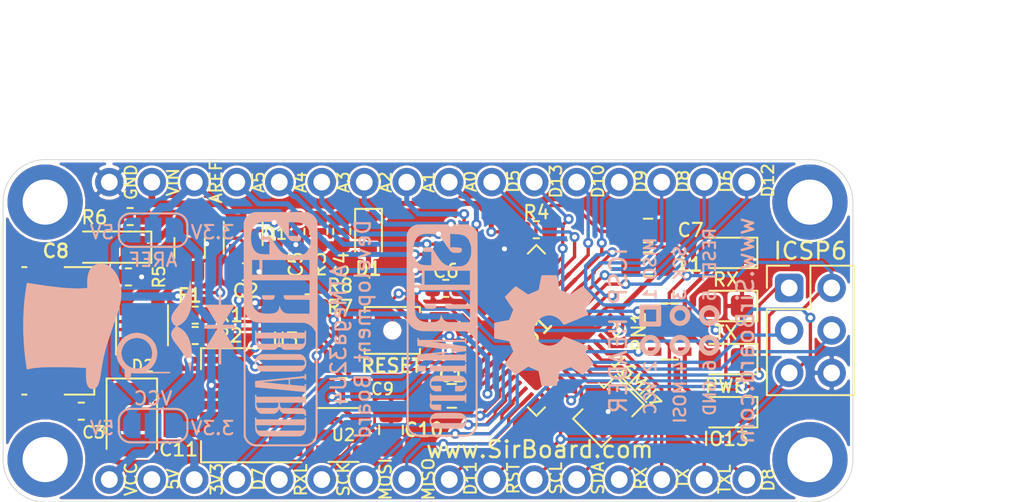
<source format=kicad_pcb>
(kicad_pcb (version 20171130) (host pcbnew "(5.1.2)-2")
  (layers (0 F.Cu signal) (31 B.Cu signal hide) (34 B.Paste user hide) (35 F.Paste user hide) (36 B.SilkS user hide) (37 F.SilkS user) (38 B.Mask user hide) (39 F.Mask user hide) (44 Edge.Cuts user))
  (net 0 "")
  (net 1 GND)
  (net 2 "Net-(J3-Pad4)")
  (net 3 "Net-(L1-Pad2)")
  (net 4 "Net-(U2-Pad4)")
  (net 5 /X1)
  (net 6 /X2)
  (net 7 /uD+)
  (net 8 /uD-)
  (net 9 /HWB)
  (net 10 5V)
  (net 11 AREF)
  (net 12 3V3)
  (net 13 RST)
  (net 14 MISO)
  (net 15 SCK)
  (net 16 MOSI)
  (net 17 "Net-(IO13-Pad2)")
  (net 18 A5)
  (net 19 A4)
  (net 20 A3)
  (net 21 A2)
  (net 22 A1)
  (net 23 A0)
  (net 24 D5)
  (net 25 D13)
  (net 26 D10)
  (net 27 D9)
  (net 28 D8)
  (net 29 D6)
  (net 30 D12)
  (net 31 D7)
  (net 32 RXLED)
  (net 33 SCL)
  (net 34 SDA)
  (net 35 RX)
  (net 36 TX)
  (net 37 "Net-(PWR1-Pad2)")
  (net 38 "Net-(RN1-Pad8)")
  (net 39 "Net-(RN1-Pad7)")
  (net 40 TXLED)
  (net 41 D11)
  (net 42 D4)
  (net 43 VCC)
  (net 44 "Net-(C1-Pad1)")
  (net 45 "Net-(C8-Pad1)")
  (net 46 VUSB)
  (net 47 VIN)
  (net 48 D-)
  (net 49 D+)
  (net 50 "Net-(C11-Pad1)")
  (net 51 "Net-(R7-Pad2)")
  (module Capacitor_Tantalum_SMD:CP_EIA-3528-12_Kemet-T (layer F.Cu) (at 133.604 96.774 270)
    (fp_text reference C11 (at 1.778 -2.794 180) (layer F.SilkS) (effects (font (size 0.8 0.8) (thickness 0.13))))
    (fp_text value 22uF)
    (pad 2 smd roundrect (at 1.5375 0 270) (size 1.325 2.35) (layers F.Cu F.Paste F.Mask) (roundrect_rratio 0.188679) (net 1 GND))
    (pad 1 smd roundrect (at -1.5375 0 270) (size 1.325 2.35) (layers F.Cu F.Paste F.Mask) (roundrect_rratio 0.188679) (net 10 5V))
  )
  (module Resistor_SMD:R_1206_3216Metric (layer F.Cu) (at 137.0584 86.5124 90)
    (fp_text reference F1 (at -2.8448 0 180) (layer F.SilkS) (effects (font (size 0.8 0.8))))
    (fp_text value 500mA)
    (pad 2 smd roundrect (at 1.4 0 90) (size 1.25 1.75) (layers F.Cu F.Paste F.Mask) (roundrect_rratio 0.2) (net 45 "Net-(C8-Pad1)"))
    (pad 1 smd roundrect (at -1.4 0 90) (size 1.25 1.75) (layers F.Cu F.Paste F.Mask) (roundrect_rratio 0.2) (net 46 VUSB))
  )
  (module Resistor_SMD:R_0603_1608Metric (layer F.Cu) (at 144.145 88.773)
    (fp_text reference R8 (at 1.905 0) (layer F.SilkS) (effects (font (size 0.8 0.8) (thickness 0.13))))
    (fp_text value 22K)
    (pad 2 smd roundrect (at 0.7875 0) (size 0.875 0.95) (layers F.Cu F.Paste F.Mask) (net 1 GND))
    (pad 1 smd roundrect (at -0.7875 0) (size 0.875 0.95) (layers F.Cu F.Paste F.Mask) (net 51 "Net-(R7-Pad2)"))
  )
  (module Resistor_SMD:R_0603_1608Metric (layer F.Cu) (at 144.145 90.043 180)
    (fp_text reference R7 (at -1.905 0) (layer F.SilkS) (effects (font (size 0.8 0.8) (thickness 0.13))))
    (fp_text value 68K)
    (pad 2 smd roundrect (at 0.7875 0 180) (size 0.875 0.95) (layers F.Cu F.Paste F.Mask) (net 51 "Net-(R7-Pad2)"))
    (pad 1 smd roundrect (at -0.7875 0 180) (size 0.875 0.95) (layers F.Cu F.Paste F.Mask) (net 12 3V3))
  )
  (module Jumper:SolderJumper-3_P1.3mm_Open_RoundedPad1.0x1.5mm (layer B.Cu) (at 134.874 85.4456)
    (fp_text reference JP2 hide)
    (fp_text value SolderJumper_3_Bridged12)
    (pad 2 smd rect (at 0 0) (size 1 1.5) (layers B.Cu B.Mask) (net 11 AREF))
    (pad 3 smd custom (at 1.3 0) (size 1 0.5) (layers B.Cu B.Mask) (net 12 3V3) (options (clearance outline) (anchor rect)) (primitives (gr_circle (center 0 -0.25) (end 0.5 -0.25) (width 0)) (gr_circle (center 0 0.25) (end 0.5 0.25) (width 0)) (gr_poly (pts (xy -0.55 0.75) (xy 0 0.75) (xy 0 -0.75) (xy -0.55 -0.75)) (width 0))))
    (pad 1 smd custom (at -1.3 0) (size 1 0.5) (layers B.Cu B.Mask) (net 10 5V) (options (clearance outline) (anchor rect)) (primitives (gr_circle (center 0 -0.25) (end 0.5 -0.25) (width 0)) (gr_circle (center 0 0.25) (end 0.5 0.25) (width 0)) (gr_poly (pts (xy 0.55 0.75) (xy 0 0.75) (xy 0 -0.75) (xy 0.55 -0.75)) (width 0))))
  )
  (module Jumper:SolderJumper-3_P1.3mm_Open_RoundedPad1.0x1.5mm (layer B.Cu) (at 134.874 97.1296)
    (fp_text reference JP1 hide)
    (fp_text value SolderJumper_3_Bridged12)
    (pad 2 smd rect (at 0 0) (size 1 1.5) (layers B.Cu B.Mask) (net 43 VCC))
    (pad 3 smd custom (at 1.3 0) (size 1 0.5) (layers B.Cu B.Mask) (net 12 3V3) (options (clearance outline) (anchor rect)) (primitives (gr_circle (center 0 -0.25) (end 0.5 -0.25) (width 0)) (gr_circle (center 0 0.25) (end 0.5 0.25) (width 0)) (gr_poly (pts (xy -0.55 0.75) (xy 0 0.75) (xy 0 -0.75) (xy -0.55 -0.75)) (width 0))))
    (pad 1 smd custom (at -1.3 0) (size 1 0.5) (layers B.Cu B.Mask) (net 10 5V) (options (clearance outline) (anchor rect)) (primitives (gr_circle (center 0 -0.25) (end 0.5 -0.25) (width 0)) (gr_circle (center 0 0.25) (end 0.5 0.25) (width 0)) (gr_poly (pts (xy 0.55 0.75) (xy 0 0.75) (xy 0 -0.75) (xy 0.55 -0.75)) (width 0))))
  )
  (module Connector_PinHeader_2.54mm:PinHeader_1x16_P2.54mm_Vertical (layer B.Cu) (at 132.2578 100.3554 270)
    (fp_text reference J2 hide)
    (fp_text value Conn_01x16)
    (pad 1 thru_hole circle (at 0 0 270) (size 1.7 1.7) (drill 1) (layers *.Cu *.Mask) (net 43 VCC))
    (pad 2 thru_hole oval (at 0 -2.54 270) (size 1.7 1.7) (drill 1) (layers *.Cu *.Mask) (net 10 5V))
    (pad 3 thru_hole oval (at 0 -5.08 270) (size 1.7 1.7) (drill 1) (layers *.Cu *.Mask) (net 12 3V3))
    (pad 4 thru_hole oval (at 0 -7.62 270) (size 1.7 1.7) (drill 1) (layers *.Cu *.Mask) (net 31 D7))
    (pad 5 thru_hole oval (at 0 -10.16 270) (size 1.7 1.7) (drill 1) (layers *.Cu *.Mask) (net 32 RXLED))
    (pad 6 thru_hole oval (at 0 -12.7 270) (size 1.7 1.7) (drill 1) (layers *.Cu *.Mask) (net 15 SCK))
    (pad 7 thru_hole oval (at 0 -15.24 270) (size 1.7 1.7) (drill 1) (layers *.Cu *.Mask) (net 16 MOSI))
    (pad 8 thru_hole oval (at 0 -17.78 270) (size 1.7 1.7) (drill 1) (layers *.Cu *.Mask) (net 14 MISO))
    (pad 9 thru_hole oval (at 0 -20.32 270) (size 1.7 1.7) (drill 1) (layers *.Cu *.Mask) (net 41 D11))
    (pad 10 thru_hole oval (at 0 -22.86 270) (size 1.7 1.7) (drill 1) (layers *.Cu *.Mask) (net 13 RST))
    (pad 11 thru_hole oval (at 0 -25.4 270) (size 1.7 1.7) (drill 1) (layers *.Cu *.Mask) (net 33 SCL))
    (pad 12 thru_hole oval (at 0 -27.94 270) (size 1.7 1.7) (drill 1) (layers *.Cu *.Mask) (net 34 SDA))
    (pad 13 thru_hole oval (at 0 -30.48 270) (size 1.7 1.7) (drill 1) (layers *.Cu *.Mask) (net 35 RX))
    (pad 14 thru_hole oval (at 0 -33.02 270) (size 1.7 1.7) (drill 1) (layers *.Cu *.Mask) (net 36 TX))
    (pad 15 thru_hole oval (at 0 -35.56 270) (size 1.7 1.7) (drill 1) (layers *.Cu *.Mask) (net 40 TXLED))
    (pad 16 thru_hole oval (at 0 -38.1 270) (size 1.7 1.7) (drill 1) (layers *.Cu *.Mask) (net 28 D8))
  )
  (module Connector_PinHeader_2.54mm:PinHeader_1x16_P2.54mm_Vertical (layer B.Cu) (at 132.2578 82.5754 270)
    (fp_text reference J1 hide)
    (fp_text value Conn_01x16)
    (pad 1 thru_hole circle (at 0 0 270) (size 1.7 1.7) (drill 1) (layers *.Cu *.Mask) (net 1 GND))
    (pad 2 thru_hole oval (at 0 -2.54 270) (size 1.7 1.7) (drill 1) (layers *.Cu *.Mask) (net 47 VIN))
    (pad 3 thru_hole oval (at 0 -5.08 270) (size 1.7 1.7) (drill 1) (layers *.Cu *.Mask) (net 11 AREF))
    (pad 4 thru_hole oval (at 0 -7.62 270) (size 1.7 1.7) (drill 1) (layers *.Cu *.Mask) (net 18 A5))
    (pad 5 thru_hole oval (at 0 -10.16 270) (size 1.7 1.7) (drill 1) (layers *.Cu *.Mask) (net 19 A4))
    (pad 6 thru_hole oval (at 0 -12.7 270) (size 1.7 1.7) (drill 1) (layers *.Cu *.Mask) (net 20 A3))
    (pad 7 thru_hole oval (at 0 -15.24 270) (size 1.7 1.7) (drill 1) (layers *.Cu *.Mask) (net 21 A2))
    (pad 8 thru_hole oval (at 0 -17.78 270) (size 1.7 1.7) (drill 1) (layers *.Cu *.Mask) (net 22 A1))
    (pad 9 thru_hole oval (at 0 -20.32 270) (size 1.7 1.7) (drill 1) (layers *.Cu *.Mask) (net 23 A0))
    (pad 10 thru_hole oval (at 0 -22.86 270) (size 1.7 1.7) (drill 1) (layers *.Cu *.Mask) (net 24 D5))
    (pad 11 thru_hole oval (at 0 -25.4 270) (size 1.7 1.7) (drill 1) (layers *.Cu *.Mask) (net 25 D13))
    (pad 12 thru_hole oval (at 0 -27.94 270) (size 1.7 1.7) (drill 1) (layers *.Cu *.Mask) (net 26 D10))
    (pad 13 thru_hole oval (at 0 -30.48 270) (size 1.7 1.7) (drill 1) (layers *.Cu *.Mask) (net 27 D9))
    (pad 14 thru_hole oval (at 0 -33.02 270) (size 1.7 1.7) (drill 1) (layers *.Cu *.Mask) (net 42 D4))
    (pad 15 thru_hole oval (at 0 -35.56 270) (size 1.7 1.7) (drill 1) (layers *.Cu *.Mask) (net 29 D6))
    (pad 16 thru_hole oval (at 0 -38.1 270) (size 1.7 1.7) (drill 1) (layers *.Cu *.Mask) (net 30 D12))
  )
  (module Symbol:OSHW-Symbol_6.7x6mm_SilkScreen (layer B.Cu) (at 158.242 91.44 270)
    (fp_text reference REF** hide)
    (fp_text value OSHW-Symbol_6.7x6mm_SilkScreen hide)
  )
  (module Resistor_SMD:R_0603_1608Metric (layer F.Cu) (at 133.4008 88.2396)
    (fp_text reference R5 (at 1.8288 0 90) (layer F.SilkS) (effects (font (size 0.7 0.7) (thickness 0.12))))
    (fp_text value 10k)
    (pad 2 smd roundrect (at 0.7875 0) (size 0.875 0.95) (layers F.Cu F.Paste F.Mask) (net 1 GND))
    (pad 1 smd roundrect (at -0.7875 0) (size 0.875 0.95) (layers F.Cu F.Paste F.Mask) (net 45 "Net-(C8-Pad1)"))
  )
  (module Package_TO_SOT_SMD:SOT-143 (layer F.Cu) (at 134.2136 91.1352 90)
    (fp_text reference D2 (at -2.4384 0.0508 180) (layer F.SilkS) (effects (font (size 0.7 0.7) (thickness 0.12))))
    (fp_text value PRTR5V0U2X)
    (pad 4 smd rect (at 1.1 -0.95) (size 0.8 1) (layers F.Cu F.Paste F.Mask) (net 46 VUSB))
    (pad 3 smd rect (at 1.1 0.95) (size 0.8 1) (layers F.Cu F.Paste F.Mask) (net 48 D-))
    (pad 2 smd rect (at -1.2 0.95) (size 0.8 1) (layers F.Cu F.Paste F.Mask) (net 49 D+))
    (pad 1 smd rect (at -1.2 -0.77) (size 1.2 1) (layers F.Cu F.Paste F.Mask) (net 1 GND))
  )
  (module Package_TO_SOT_SMD:SOT-23-5 (layer F.Cu) (at 146.2532 97.6884)
    (fp_text reference U2 (at 0 0 unlocked) (layer F.SilkS) (effects (font (size 0.7 0.7) (thickness 0.12))))
    (fp_text value AP2127K-3.3)
    (pad 5 smd rect (at 1.1 -0.95) (size 1.06 0.65) (layers F.Cu F.Paste F.Mask) (net 12 3V3))
    (pad 4 smd rect (at 1.1 0.95) (size 1.06 0.65) (layers F.Cu F.Paste F.Mask) (net 4 "Net-(U2-Pad4)"))
    (pad 3 smd rect (at -1.1 0.95) (size 1.06 0.65) (layers F.Cu F.Paste F.Mask) (net 10 5V))
    (pad 2 smd rect (at -1.1 0) (size 1.06 0.65) (layers F.Cu F.Paste F.Mask) (net 1 GND))
    (pad 1 smd rect (at -1.1 -0.95) (size 1.06 0.65) (layers F.Cu F.Paste F.Mask) (net 10 5V))
  )
  (module Package_TO_SOT_SMD:SOT-223-3_TabPin2 (layer F.Cu) (at 139.6492 95.9104 180)
    (fp_text reference U3 (at -3.1242 3.9116) (layer F.SilkS) (effects (font (size 0.8 0.8) (thickness 0.13))))
    (fp_text value AP1117-50)
    (pad 1 smd rect (at -3.15 -2.3 180) (size 2 1.5) (layers F.Cu F.Paste F.Mask) (net 1 GND))
    (pad 3 smd rect (at -3.15 2.3 180) (size 2 1.5) (layers F.Cu F.Paste F.Mask) (net 50 "Net-(C11-Pad1)"))
    (pad 2 smd rect (at -3.15 0 180) (size 2 1.5) (layers F.Cu F.Paste F.Mask) (net 10 5V))
    (pad 2 smd rect (at 3.15 0 180) (size 2 3.8) (layers F.Cu F.Paste F.Mask) (net 10 5V))
  )
  (module Package_DFN_QFN:QFN-44-1EP_7x7mm_P0.5mm_EP5.2x5.2mm (layer F.Cu) (at 157.789639 91.44 45)
    (fp_text reference U1 (at -0.00898 -0.019757 45) (layer F.SilkS))
    (fp_text value ATmega32U4-MU)
    (pad 44 smd roundrect (at -2.5 -3.3375 45) (size 0.25 1.075) (layers F.Cu F.Paste F.Mask) (net 3 "Net-(L1-Pad2)"))
    (pad 43 smd roundrect (at -2 -3.3375 45) (size 0.25 1.075) (layers F.Cu F.Paste F.Mask) (net 1 GND))
    (pad 42 smd roundrect (at -1.5 -3.3375 45) (size 0.25 1.075) (layers F.Cu F.Paste F.Mask) (net 11 AREF))
    (pad 41 smd roundrect (at -1 -3.3375 45) (size 0.25 1.075) (layers F.Cu F.Paste F.Mask) (net 18 A5))
    (pad 40 smd roundrect (at -0.5 -3.3375 45) (size 0.25 1.075) (layers F.Cu F.Paste F.Mask) (net 19 A4))
    (pad 39 smd roundrect (at 0 -3.3375 45) (size 0.25 1.075) (layers F.Cu F.Paste F.Mask) (net 20 A3))
    (pad 38 smd roundrect (at 0.5 -3.3375 45) (size 0.25 1.075) (layers F.Cu F.Paste F.Mask) (net 21 A2))
    (pad 37 smd roundrect (at 1 -3.3375 45) (size 0.25 1.075) (layers F.Cu F.Paste F.Mask) (net 22 A1))
    (pad 36 smd roundrect (at 1.5 -3.3375 45) (size 0.25 1.075) (layers F.Cu F.Paste F.Mask) (net 23 A0))
    (pad 35 smd roundrect (at 2 -3.3375 45) (size 0.25 1.075) (layers F.Cu F.Paste F.Mask) (net 1 GND))
    (pad 34 smd roundrect (at 2.5 -3.3375 45) (size 0.25 1.075) (layers F.Cu F.Paste F.Mask) (net 43 VCC))
    (pad 33 smd roundrect (at 3.3375 -2.5 45) (size 1.075 0.25) (layers F.Cu F.Paste F.Mask) (net 9 /HWB))
    (pad 32 smd roundrect (at 3.3375 -2 45) (size 1.075 0.25) (layers F.Cu F.Paste F.Mask) (net 25 D13))
    (pad 31 smd roundrect (at 3.3375 -1.5 45) (size 1.075 0.25) (layers F.Cu F.Paste F.Mask) (net 24 D5))
    (pad 30 smd roundrect (at 3.3375 -1 45) (size 1.075 0.25) (layers F.Cu F.Paste F.Mask) (net 26 D10))
    (pad 29 smd roundrect (at 3.3375 -0.5 45) (size 1.075 0.25) (layers F.Cu F.Paste F.Mask) (net 27 D9))
    (pad 28 smd roundrect (at 3.3375 0 45) (size 1.075 0.25) (layers F.Cu F.Paste F.Mask) (net 28 D8))
    (pad 27 smd roundrect (at 3.3375 0.5 45) (size 1.075 0.25) (layers F.Cu F.Paste F.Mask) (net 29 D6))
    (pad 26 smd roundrect (at 3.3375 1 45) (size 1.075 0.25) (layers F.Cu F.Paste F.Mask) (net 30 D12))
    (pad 25 smd roundrect (at 3.3375 1.5 45) (size 1.075 0.25) (layers F.Cu F.Paste F.Mask) (net 42 D4))
    (pad 24 smd roundrect (at 3.3375 2 45) (size 1.075 0.25) (layers F.Cu F.Paste F.Mask) (net 3 "Net-(L1-Pad2)"))
    (pad 23 smd roundrect (at 3.3375 2.5 45) (size 1.075 0.25) (layers F.Cu F.Paste F.Mask) (net 1 GND))
    (pad 22 smd roundrect (at 2.5 3.3375 45) (size 0.25 1.075) (layers F.Cu F.Paste F.Mask) (net 40 TXLED))
    (pad 21 smd roundrect (at 2 3.3375 45) (size 0.25 1.075) (layers F.Cu F.Paste F.Mask) (net 36 TX))
    (pad 20 smd roundrect (at 1.5 3.3375 45) (size 0.25 1.075) (layers F.Cu F.Paste F.Mask) (net 35 RX))
    (pad 19 smd roundrect (at 1 3.3375 45) (size 0.25 1.075) (layers F.Cu F.Paste F.Mask) (net 34 SDA))
    (pad 18 smd roundrect (at 0.5 3.3375 45) (size 0.25 1.075) (layers F.Cu F.Paste F.Mask) (net 33 SCL))
    (pad 17 smd roundrect (at 0 3.3375 45) (size 0.25 1.075) (layers F.Cu F.Paste F.Mask) (net 5 /X1))
    (pad 16 smd roundrect (at -0.5 3.3375 45) (size 0.25 1.075) (layers F.Cu F.Paste F.Mask) (net 6 /X2))
    (pad 15 smd roundrect (at -1 3.3375 45) (size 0.25 1.075) (layers F.Cu F.Paste F.Mask) (net 1 GND))
    (pad 14 smd roundrect (at -1.5 3.3375 45) (size 0.25 1.075) (layers F.Cu F.Paste F.Mask) (net 43 VCC))
    (pad 13 smd roundrect (at -2 3.3375 45) (size 0.25 1.075) (layers F.Cu F.Paste F.Mask) (net 13 RST))
    (pad 12 smd roundrect (at -2.5 3.3375 45) (size 0.25 1.075) (layers F.Cu F.Paste F.Mask) (net 41 D11))
    (pad 11 smd roundrect (at -3.3375 2.5 45) (size 1.075 0.25) (layers F.Cu F.Paste F.Mask) (net 14 MISO))
    (pad 10 smd roundrect (at -3.3375 2 45) (size 1.075 0.25) (layers F.Cu F.Paste F.Mask) (net 16 MOSI))
    (pad 9 smd roundrect (at -3.3375 1.5 45) (size 1.075 0.25) (layers F.Cu F.Paste F.Mask) (net 15 SCK))
    (pad 8 smd roundrect (at -3.3375 1 45) (size 1.075 0.25) (layers F.Cu F.Paste F.Mask) (net 32 RXLED))
    (pad 7 smd roundrect (at -3.3375 0.5 45) (size 1.075 0.25) (layers F.Cu F.Paste F.Mask) (net 45 "Net-(C8-Pad1)"))
    (pad 6 smd roundrect (at -3.3375 0 45) (size 1.075 0.25) (layers F.Cu F.Paste F.Mask) (net 44 "Net-(C1-Pad1)"))
    (pad 5 smd roundrect (at -3.3375 -0.5 45) (size 1.075 0.25) (layers F.Cu F.Paste F.Mask) (net 1 GND))
    (pad 4 smd roundrect (at -3.3375 -1 45) (size 1.075 0.25) (layers F.Cu F.Paste F.Mask) (net 7 /uD+))
    (pad 3 smd roundrect (at -3.3375 -1.5 45) (size 1.075 0.25) (layers F.Cu F.Paste F.Mask) (net 8 /uD-))
    (pad 2 smd roundrect (at -3.3375 -2 45) (size 1.075 0.25) (layers F.Cu F.Paste F.Mask) (net 10 5V))
    (pad 1 smd roundrect (at -3.3375 -2.5 45) (size 1.075 0.25) (layers F.Cu F.Paste F.Mask) (net 31 D7))
    (pad 45 smd roundrect (at 0 0 45) (size 5.2 5.2) (layers F.Cu F.Mask) (roundrect_rratio 0.048077) (net 1 GND))
  )
  (module Resistor_SMD:R_0603_1608Metric (layer F.Cu) (at 133.5024 84.6328 180)
    (fp_text reference R6 (at 2.1336 -0.0508) (layer F.SilkS) (effects (font (size 0.8 0.8) (thickness 0.13))))
    (fp_text value 10k)
    (pad 2 smd roundrect (at 0.7875 0 180) (size 0.875 0.95) (layers F.Cu F.Paste F.Mask) (net 1 GND))
    (pad 1 smd roundrect (at -0.7875 0 180) (size 0.875 0.95) (layers F.Cu F.Paste F.Mask) (net 47 VIN))
  )
  (module Resistor_SMD:R_0603_1608Metric (layer F.Cu) (at 157.7848 85.4202 180)
    (fp_text reference R4 (at 0 1.0414) (layer F.SilkS) (effects (font (size 0.8 0.8) (thickness 0.13))))
    (fp_text value 10k)
    (pad 2 smd roundrect (at 0.7875 0 180) (size 0.875 0.95) (layers F.Cu F.Paste F.Mask) (net 1 GND))
    (pad 1 smd roundrect (at -0.7875 0 180) (size 0.875 0.95) (layers F.Cu F.Paste F.Mask) (net 9 /HWB))
  )
  (module Resistor_SMD:R_0603_1608Metric (layer F.Cu) (at 144.78 85.5218 270)
    (fp_text reference R3 (at 1.9812 0 90) (layer F.SilkS) (effects (font (size 0.8 0.8) (thickness 0.13))))
    (fp_text value 10k)
    (pad 2 smd roundrect (at 0.7875 0 270) (size 0.875 0.95) (layers F.Cu F.Paste F.Mask) (net 13 RST))
    (pad 1 smd roundrect (at -0.7875 0 270) (size 0.875 0.95) (layers F.Cu F.Paste F.Mask) (net 43 VCC))
  )
  (module Resistor_SMD:R_0603_1608Metric (layer F.Cu) (at 137.39114 91.7448)
    (fp_text reference R2 (at 2.0574 0) (layer F.SilkS) (effects (font (size 0.8 0.8) (thickness 0.13))))
    (fp_text value 22e)
    (pad 2 smd roundrect (at 0.7875 0) (size 0.875 0.95) (layers F.Cu F.Paste F.Mask) (net 7 /uD+))
    (pad 1 smd roundrect (at -0.7875 0) (size 0.875 0.95) (layers F.Cu F.Paste F.Mask) (net 49 D+))
  )
  (module Resistor_SMD:R_0603_1608Metric (layer F.Cu) (at 137.39114 90.5256)
    (fp_text reference R1 (at 2.086 0) (layer F.SilkS) (effects (font (size 0.8 0.8) (thickness 0.13))))
    (fp_text value 22e)
    (pad 2 smd roundrect (at 0.7875 0) (size 0.875 0.95) (layers F.Cu F.Paste F.Mask) (net 8 /uD-))
    (pad 1 smd roundrect (at -0.7875 0) (size 0.875 0.95) (layers F.Cu F.Paste F.Mask) (net 48 D-))
  )
  (module Package_TO_SOT_SMD:SOT-363_SC-70-6 (layer F.Cu) (at 140.2588 85.6488 90)
    (fp_text reference Q1 (at 0 1.9304 180) (layer F.SilkS) (effects (font (size 0.7 0.7) (thickness 0.12))))
    (fp_text value Q_DUAL_PMOS_S1G1D2S2G2D1)
    (pad 6 smd rect (at 0.95 -0.65 90) (size 0.65 0.4) (layers F.Cu F.Paste F.Mask) (net 47 VIN))
    (pad 4 smd rect (at 0.95 0.65 90) (size 0.65 0.4) (layers F.Cu F.Paste F.Mask) (net 10 5V))
    (pad 2 smd rect (at -0.95 0 90) (size 0.65 0.4) (layers F.Cu F.Paste F.Mask) (net 46 VUSB))
    (pad 5 smd rect (at 0.95 0 90) (size 0.65 0.4) (layers F.Cu F.Paste F.Mask) (net 47 VIN))
    (pad 3 smd rect (at -0.95 0.65 90) (size 0.65 0.4) (layers F.Cu F.Paste F.Mask) (net 46 VUSB))
    (pad 1 smd rect (at -0.95 -0.65 90) (size 0.65 0.4) (layers F.Cu F.Paste F.Mask) (net 50 "Net-(C11-Pad1)"))
  )
  (module Capacitor_SMD:C_0805_2012Metric_Pad1.15x1.40mm_HandSolder (layer F.Cu) (at 164.465 85.471)
    (fp_text reference C7 (at 2.54 -0.0254 180) (layer F.SilkS) (effects (font (size 0.8 0.8) (thickness 0.13))))
    (fp_text value 1uF)
    (pad 2 smd roundrect (at 1.025 0) (size 1.15 1.4) (layers F.Cu F.Paste F.Mask) (roundrect_rratio 0.217391) (net 1 GND))
    (pad 1 smd roundrect (at -1.025 0) (size 1.15 1.4) (layers F.Cu F.Paste F.Mask) (roundrect_rratio 0.217391) (net 43 VCC))
  )
  (module Capacitor_SMD:C_0603_1608Metric (layer F.Cu) (at 152.3746 88.9254 180)
    (fp_text reference C6 (at 0 1.0414) (layer F.SilkS) (effects (font (size 0.8 0.8) (thickness 0.13))))
    (fp_text value 100nF)
    (pad 2 smd roundrect (at 0.7875 0 180) (size 0.875 0.95) (layers F.Cu F.Paste F.Mask) (net 1 GND))
    (pad 1 smd roundrect (at -0.7875 0 180) (size 0.875 0.95) (layers F.Cu F.Paste F.Mask) (net 11 AREF))
  )
  (module Capacitor_SMD:C_0603_1608Metric (layer F.Cu) (at 143.4084 85.5218 270)
    (fp_text reference C5 (at 1.9812 0 90) (layer F.SilkS) (effects (font (size 0.8 0.8) (thickness 0.13))))
    (fp_text value 100nF)
    (pad 2 smd roundrect (at 0.7875 0 270) (size 0.875 0.95) (layers F.Cu F.Paste F.Mask) (net 1 GND))
    (pad 1 smd roundrect (at -0.7875 0 270) (size 0.875 0.95) (layers F.Cu F.Paste F.Mask) (net 43 VCC))
  )
  (module Capacitor_SMD:C_0603_1608Metric (layer F.Cu) (at 146.1516 85.5218 270)
    (fp_text reference C4 (at 1.9812 0 90) (layer F.SilkS) (effects (font (size 0.8 0.8) (thickness 0.13))))
    (fp_text value 100nF)
    (pad 2 smd roundrect (at 0.7875 0 270) (size 0.875 0.95) (layers F.Cu F.Paste F.Mask) (net 13 RST))
    (pad 1 smd roundrect (at -0.7875 0 270) (size 0.875 0.95) (layers F.Cu F.Paste F.Mask) (net 43 VCC))
  )
  (module Capacitor_SMD:C_0603_1608Metric (layer F.Cu) (at 130.5815 96.266 180)
    (fp_text reference C3 (at -0.7365 -1.27) (layer F.SilkS) (effects (font (size 0.7 0.7) (thickness 0.12))))
    (fp_text value 100nF)
    (pad 2 smd roundrect (at 0.7875 0 180) (size 0.875 0.95) (layers F.Cu F.Paste F.Mask) (net 1 GND))
    (pad 1 smd roundrect (at -0.7875 0 180) (size 0.875 0.95) (layers F.Cu F.Paste F.Mask) (net 10 5V))
  )
  (module Capacitor_SMD:C_0603_1608Metric (layer F.Cu) (at 140.3985 87.9348)
    (fp_text reference C2 (at 0.0127 1.143) (layer F.SilkS) (effects (font (size 0.8 0.8) (thickness 0.13))))
    (fp_text value 100nF)
    (pad 2 smd roundrect (at 0.7875 0) (size 0.875 0.95) (layers F.Cu F.Paste F.Mask) (net 1 GND))
    (pad 1 smd roundrect (at -0.7875 0) (size 0.875 0.95) (layers F.Cu F.Paste F.Mask) (net 50 "Net-(C11-Pad1)"))
  )
  (module Capacitor_SMD:C_0805_2012Metric_Pad1.15x1.40mm_HandSolder (layer F.Cu) (at 152.7302 95.3516 180)
    (fp_text reference C1 (at 0 1.2446 unlocked) (layer F.SilkS) (effects (font (size 0.8 0.8))))
    (fp_text value 1uF)
    (pad 1 smd roundrect (at -1.025 0 180) (size 1.15 1.4) (layers F.Cu F.Paste F.Mask) (roundrect_rratio 0.217391) (net 44 "Net-(C1-Pad1)"))
    (pad 2 smd roundrect (at 1.025 0 180) (size 1.15 1.4) (layers F.Cu F.Paste F.Mask) (roundrect_rratio 0.217391) (net 1 GND))
  )
  (module Inductor_SMD:L_0805_2012Metric_Pad1.15x1.40mm_HandSolder (layer F.Cu) (at 164.465 87.4776)
    (fp_text reference L1 (at 2.54 0.0254 unlocked) (layer F.SilkS) (effects (font (size 0.8 0.8))))
    (fp_text value 10uH)
    (pad 1 smd roundrect (at -1.025 0) (size 1.15 1.4) (layers F.Cu F.Paste F.Mask) (roundrect_rratio 0.217391) (net 43 VCC))
    (pad 2 smd roundrect (at 1.025 0) (size 1.15 1.4) (layers F.Cu F.Paste F.Mask) (roundrect_rratio 0.217391) (net 3 "Net-(L1-Pad2)"))
  )
  (module logo:SirMicro127x42 (layer B.Cu) (at 152.146 91.44 270)
    (fp_text reference G*** hide)
    (fp_text value LOGO hide)
  )
  (module logo:SirBoard140x44 (layer B.Cu) (at 142.494 91.3638 270)
    (fp_text reference G*** hide)
    (fp_text value LOGO hide)
  )
  (module logo:logo126x178 (layer B.Cu) (at 133.4516 91.2114 270)
    (fp_text reference G*** hide)
    (fp_text value LOGO hide)
  )
  (module MountingHole:MountingHole_2.7mm_M2.5_ISO14580_Pad (layer F.Cu) (at 174.1424 83.7692)
    (fp_text reference REF** hide)
    (fp_text value MountingHole_2.7mm_M2.5_ISO14580_Pad)
    (pad 1 thru_hole circle (at 0 0) (size 4.5 4.5) (drill 2.7) (layers *.Cu *.Mask))
  )
  (module MountingHole:MountingHole_2.7mm_M2.5_ISO14580_Pad (layer F.Cu) (at 174.1424 99.1616)
    (fp_text reference REF** hide)
    (fp_text value MountingHole_2.7mm_M2.5_ISO14580_Pad)
    (pad 1 thru_hole circle (at 0 0) (size 4.5 4.5) (drill 2.7) (layers *.Cu *.Mask))
  )
  (module MountingHole:MountingHole_2.7mm_M2.5_ISO14580_Pad (layer F.Cu) (at 128.4224 99.1616)
    (fp_text reference REF** hide)
    (fp_text value MountingHole_2.7mm_M2.5_ISO14580_Pad)
    (pad 1 thru_hole circle (at 0 0) (size 4.5 4.5) (drill 2.7) (layers *.Cu *.Mask))
  )
  (module MountingHole:MountingHole_2.7mm_M2.5_ISO14580_Pad (layer F.Cu) (at 128.4224 83.7692)
    (fp_text reference REF** hide)
    (fp_text value MountingHole_2.7mm_M2.5_ISO14580_Pad)
    (pad 1 thru_hole circle (at 0 0) (size 4.5 4.5) (drill 2.7) (layers *.Cu *.Mask))
  )
  (module Crystal:Resonator_SMD_muRata_CSTxExxV-3Pin_3.0x1.1mm (layer F.Cu) (at 162.1028 96.2914 225)
    (fp_text reference 16MHz (at -2.496511 0.053882 135) (layer F.SilkS) (effects (font (size 0.8 0.8) (thickness 0.13))))
    (fp_text value 16MHz)
    (pad 1 smd rect (at -1.2 0 225) (size 0.4 1.9) (layers F.Cu F.Paste F.Mask) (net 5 /X1))
    (pad 2 smd rect (at 0 0 225) (size 0.4 1.9) (layers F.Cu F.Paste F.Mask) (net 1 GND))
    (pad 3 smd rect (at 1.2 0 225) (size 0.4 1.9) (layers F.Cu F.Paste F.Mask) (net 6 /X2))
  )
  (module LED_SMD:LED_0805_2012Metric_Castellated (layer F.Cu) (at 169.1132 86.8045 180)
    (fp_text reference RX (at 0 -1.6) (layer F.SilkS) (effects (font (size 0.8 0.8) (thickness 0.13))))
    (fp_text value LED)
    (pad 2 smd roundrect (at 0.9625 0 180) (size 1.325 1.3) (layers F.Cu F.Paste F.Mask) (roundrect_rratio 0.192308) (net 38 "Net-(RN1-Pad8)"))
    (pad 1 smd roundrect (at -0.9625 0 180) (size 1.325 1.3) (layers F.Cu F.Paste F.Mask) (roundrect_rratio 0.192308) (net 1 GND))
  )
  (module Capacitor_Tantalum_SMD:CP_EIA-3216-18_Kemet-A_Pad1.58x1.35mm_HandSolder (layer F.Cu) (at 132.2832 86.4616 180)
    (fp_text reference C8 (at 3.2258 -0.2286) (layer F.SilkS) (effects (font (size 0.8 0.8))))
    (fp_text value 22uF)
    (pad 1 smd roundrect (at -1.4375 0 180) (size 1.575 1.35) (layers F.Cu F.Paste F.Mask) (roundrect_rratio 0.185185) (net 45 "Net-(C8-Pad1)"))
    (pad 2 smd roundrect (at 1.4375 0 180) (size 1.575 1.35) (layers F.Cu F.Paste F.Mask) (roundrect_rratio 0.185185) (net 1 GND))
  )
  (module Capacitor_SMD:C_0805_2012Metric_Pad1.15x1.40mm_HandSolder (layer F.Cu) (at 146.2024 94.996)
    (fp_text reference C9 (at 2.3876 -0.0508 180) (layer F.SilkS) (effects (font (size 0.7 0.7) (thickness 0.12))))
    (fp_text value 1uF)
    (pad 2 smd roundrect (at 1.025 0) (size 1.15 1.4) (layers F.Cu F.Paste F.Mask) (roundrect_rratio 0.217391) (net 1 GND))
    (pad 1 smd roundrect (at -1.025 0) (size 1.15 1.4) (layers F.Cu F.Paste F.Mask) (roundrect_rratio 0.217391) (net 10 5V))
  )
  (module Capacitor_SMD:C_0805_2012Metric_Pad1.15x1.40mm_HandSolder (layer F.Cu) (at 149.098 97.3836 90)
    (fp_text reference C10 (at 0 1.9558 unlocked) (layer F.SilkS) (effects (font (size 0.8 0.8))))
    (fp_text value 1uF)
    (pad 2 smd roundrect (at 1.025 0 90) (size 1.15 1.4) (layers F.Cu F.Paste F.Mask) (roundrect_rratio 0.217391) (net 1 GND))
    (pad 1 smd roundrect (at -1.025 0 90) (size 1.15 1.4) (layers F.Cu F.Paste F.Mask) (roundrect_rratio 0.217391) (net 12 3V3))
  )
  (module LED_SMD:LED_0805_2012Metric_Castellated (layer F.Cu) (at 169.1132 93.1545 180)
    (fp_text reference PWR (at 0 -1.6) (layer F.SilkS) (effects (font (size 0.8 0.8) (thickness 0.13))))
    (fp_text value LED)
    (pad 2 smd roundrect (at 0.9625 0 180) (size 1.325 1.3) (layers F.Cu F.Paste F.Mask) (roundrect_rratio 0.192308) (net 37 "Net-(PWR1-Pad2)"))
    (pad 1 smd roundrect (at -0.9625 0 180) (size 1.325 1.3) (layers F.Cu F.Paste F.Mask) (roundrect_rratio 0.192308) (net 1 GND))
  )
  (module Resistor_SMD:R_Array_Convex_4x0603 (layer F.Cu) (at 165.7604 91.5035)
    (fp_text reference RN1 (at -1.8542 0.0127 90) (layer F.SilkS) (effects (font (size 0.8 0.8) (thickness 0.13))))
    (fp_text value 1k)
    (pad 1 smd rect (at -0.9 -1.2) (size 0.8 0.5) (layers F.Cu F.Paste F.Mask) (net 25 D13))
    (pad 3 smd rect (at -0.9 0.4) (size 0.8 0.4) (layers F.Cu F.Paste F.Mask) (net 40 TXLED))
    (pad 2 smd rect (at -0.9 -0.4) (size 0.8 0.4) (layers F.Cu F.Paste F.Mask) (net 43 VCC))
    (pad 4 smd rect (at -0.9 1.2) (size 0.8 0.5) (layers F.Cu F.Paste F.Mask) (net 32 RXLED))
    (pad 7 smd rect (at 0.9 -0.4) (size 0.8 0.4) (layers F.Cu F.Paste F.Mask) (net 39 "Net-(RN1-Pad7)"))
    (pad 8 smd rect (at 0.9 -1.2) (size 0.8 0.5) (layers F.Cu F.Paste F.Mask) (net 38 "Net-(RN1-Pad8)"))
    (pad 6 smd rect (at 0.9 0.4) (size 0.8 0.4) (layers F.Cu F.Paste F.Mask) (net 37 "Net-(PWR1-Pad2)"))
    (pad 5 smd rect (at 0.9 1.2) (size 0.8 0.5) (layers F.Cu F.Paste F.Mask) (net 17 "Net-(IO13-Pad2)"))
  )
  (module LED_SMD:LED_0805_2012Metric_Castellated (layer F.Cu) (at 169.1132 89.9795 180)
    (fp_text reference TX (at 0 -1.6) (layer F.SilkS) (effects (font (size 0.8 0.8) (thickness 0.13))))
    (fp_text value LED)
    (pad 2 smd roundrect (at 0.9625 0 180) (size 1.325 1.3) (layers F.Cu F.Paste F.Mask) (roundrect_rratio 0.192308) (net 39 "Net-(RN1-Pad7)"))
    (pad 1 smd roundrect (at -0.9625 0 180) (size 1.325 1.3) (layers F.Cu F.Paste F.Mask) (roundrect_rratio 0.192308) (net 1 GND))
  )
  (module Diode_SMD:D_SOD-110 (layer F.Cu) (at 147.7518 85.6742 270)
    (fp_text reference D1 (at 2.0828 0 180) (layer F.SilkS) (effects (font (size 0.8 0.8))))
    (fp_text value D)
    (pad 1 smd rect (at -0.95 0 270) (size 0.8 1) (layers F.Cu F.Paste F.Mask) (net 43 VCC))
    (pad 2 smd rect (at 0.95 0 270) (size 0.8 1) (layers F.Cu F.Paste F.Mask) (net 13 RST))
  )
  (module Connector_PinHeader_2.54mm:PinHeader_2x03_P2.54mm_Vertical (layer F.Cu) (at 172.8978 88.9)
    (fp_text reference ICSP6 (at 1.27 -2.2098) (layer F.SilkS))
    (fp_text value Conn_02x03_Odd_Even)
    (pad 6 thru_hole oval (at 2.54 5.08) (size 1.7 1.7) (drill 1) (layers *.Cu *.Mask) (net 1 GND))
    (pad 5 thru_hole oval (at 0 5.08) (size 1.7 1.7) (drill 1) (layers *.Cu *.Mask) (net 13 RST))
    (pad 4 thru_hole oval (at 2.54 2.54) (size 1.7 1.7) (drill 1) (layers *.Cu *.Mask) (net 16 MOSI))
    (pad 3 thru_hole oval (at 0 2.54) (size 1.7 1.7) (drill 1) (layers *.Cu *.Mask) (net 15 SCK))
    (pad 2 thru_hole oval (at 2.54 0) (size 1.7 1.7) (drill 1) (layers *.Cu *.Mask) (net 43 VCC))
    (pad 1 thru_hole roundrect (at 0 0) (size 1.7 1.7) (drill 1) (layers *.Cu *.Mask) (roundrect_rratio 0.2) (net 14 MISO))
  )
  (module LED_SMD:LED_0805_2012Metric_Castellated (layer F.Cu) (at 169.1132 96.3295 180)
    (fp_text reference IO13 (at 0 -1.6) (layer F.SilkS) (effects (font (size 0.8 0.8) (thickness 0.13))))
    (fp_text value LED)
    (pad 1 smd roundrect (at -0.9625 0 180) (size 1.325 1.3) (layers F.Cu F.Paste F.Mask) (roundrect_rratio 0.192308) (net 1 GND))
    (pad 2 smd roundrect (at 0.9625 0 180) (size 1.325 1.3) (layers F.Cu F.Paste F.Mask) (roundrect_rratio 0.192308) (net 17 "Net-(IO13-Pad2)"))
  )
  (module Connector_USB:USB_Micro-B_Molex_47346-0001 (layer F.Cu) (at 129.6478 91.4654 270)
    (fp_text reference J3 hide)
    (fp_text value USB_B_Micro)
    (pad 6 smd rect (at 0.84 1.2 270) (size 1.175 1.9) (layers F.Cu F.Paste F.Mask) (net 1 GND))
    (pad 6 smd rect (at -0.84 1.2 270) (size 1.175 1.9) (layers F.Cu F.Paste F.Mask) (net 1 GND))
    (pad 6 smd rect (at 2.91 1.2 270) (size 2.375 1.9) (layers F.Cu F.Paste F.Mask) (net 1 GND))
    (pad 6 smd rect (at -2.91 1.2 270) (size 2.375 1.9) (layers F.Cu F.Paste F.Mask) (net 1 GND))
    (pad 6 smd rect (at 2.4625 -1.1 270) (size 1.475 2.1) (layers F.Cu F.Paste F.Mask) (net 1 GND))
    (pad 6 smd rect (at -2.4625 -1.1 270) (size 1.475 2.1) (layers F.Cu F.Paste F.Mask) (net 1 GND))
    (pad 5 smd rect (at 1.3 -1.46 270) (size 0.45 1.38) (layers F.Cu F.Paste F.Mask) (net 1 GND))
    (pad 4 smd rect (at 0.65 -1.46 270) (size 0.45 1.38) (layers F.Cu F.Paste F.Mask) (net 2 "Net-(J3-Pad4)"))
    (pad 3 smd rect (at 0 -1.46 270) (size 0.45 1.38) (layers F.Cu F.Paste F.Mask) (net 49 D+))
    (pad 2 smd rect (at -0.65 -1.46 270) (size 0.45 1.38) (layers F.Cu F.Paste F.Mask) (net 48 D-))
    (pad 1 smd rect (at -1.3 -1.46 270) (size 0.45 1.38) (layers F.Cu F.Paste F.Mask) (net 45 "Net-(C8-Pad1)"))
  )
  (module Button_Switch_SMD:SW_SPST_B3U-1000P-B (layer F.Cu) (at 149.1742 91.44)
    (fp_text reference RESET (at -0.0508 2.1082) (layer F.SilkS) (effects (font (size 0.8 0.8))))
    (fp_text value SW_Push)
    (pad "" np_thru_hole circle (at 0 0) (size 0.8 0.8) (drill 0.8) (layers *.Cu *.Mask))
    (pad 2 smd rect (at 1.7 0) (size 0.9 1.7) (layers F.Cu F.Paste F.Mask) (net 13 RST))
    (pad 1 smd rect (at -1.7 0) (size 0.9 1.7) (layers F.Cu F.Paste F.Mask) (net 1 GND))
  )
  (gr_text www.SirBoard.com (at 157.988 98.552) (layer F.SilkS) (effects (font (size 1 1))))
  (gr_text "ICSP HEADER" (at 162.687 91.44 90) (layer B.SilkS) (effects (font (size 1 1)) (justify mirror)))
  (gr_text "2 VCC" (at 164.592 94.869 90) (layer B.SilkS) (effects (font (size 0.7 0.7) (thickness 0.13)) (justify mirror)))
  (gr_text "4 MOSI" (at 166.37 95.123 90) (layer B.SilkS) (effects (font (size 0.7 0.7) (thickness 0.13)) (justify mirror)))
  (gr_text "6 GND" (at 168.148 94.869 90) (layer B.SilkS) (effects (font (size 0.7 0.7) (thickness 0.13)) (justify mirror)))
  (gr_text "RESET 5" (at 168.148 87.503 90) (layer B.SilkS) (effects (font (size 0.7 0.7) (thickness 0.13)) (justify mirror)))
  (gr_text "SCK 3" (at 166.37 88.011 90) (layer B.SilkS) (effects (font (size 0.7 0.7) (thickness 0.13)) (justify mirror)))
  (gr_text "MISO 1" (at 164.592 87.757 90) (layer B.SilkS) (effects (font (size 0.7 0.7) (thickness 0.13)) (justify mirror)))
  (gr_line (start 165.1 91.059) (end 164.084 91.059) (layer B.SilkS) (width 0.3))
  (gr_line (start 165.1 90.043) (end 165.1 91.059) (layer B.SilkS) (width 0.3))
  (gr_line (start 164.084 90.043) (end 165.1 90.043) (layer B.SilkS) (width 0.3))
  (gr_line (start 164.084 91.059) (end 164.084 90.043) (layer B.SilkS) (width 0.3))
  (gr_circle (center 164.592 92.329) (end 164.592 91.856533) (layer B.SilkS) (width 0.3))
  (gr_circle (center 166.37 90.551) (end 166.37 90.078533) (layer B.SilkS) (width 0.3))
  (gr_circle (center 166.37 92.329) (end 166.37 91.856533) (layer B.SilkS) (width 0.3))
  (gr_circle (center 168.1226 92.329) (end 168.1226 91.856533) (layer B.SilkS) (width 0.3))
  (gr_circle (center 168.1226 90.551) (end 168.1226 90.078533) (layer B.SilkS) (width 0.3))
  (gr_text VCC (at 134.874 95.504) (layer B.SilkS) (effects (font (size 0.8 0.8) (thickness 0.13)) (justify mirror)))
  (gr_text AREF (at 134.874 87.2236) (layer B.SilkS) (effects (font (size 0.8 0.8) (thickness 0.13)) (justify mirror)))
  (gr_text 3.3V (at 138.43 85.5726) (layer B.SilkS) (effects (font (size 0.8 0.8) (thickness 0.13)) (justify mirror)))
  (gr_text 5V (at 131.826 85.5726) (layer B.SilkS) (effects (font (size 0.8 0.8) (thickness 0.13)) (justify mirror)))
  (gr_text 3.3V (at 138.43 97.282) (layer B.SilkS) (effects (font (size 0.8 0.8) (thickness 0.13)) (justify mirror)))
  (gr_text 5V (at 131.826 97.282) (layer B.SilkS) (effects (font (size 0.8 0.8) (thickness 0.13)) (justify mirror)))
  (gr_text D8 (at 171.6532 100.3808 90) (layer F.SilkS) (effects (font (size 0.7 0.7) (thickness 0.12))))
  (gr_text "3V3\n" (at 138.684 100.33 90) (layer F.SilkS) (effects (font (size 0.7 0.7) (thickness 0.12))))
  (gr_text "5V\n" (at 136.0678 100.33 90) (layer F.SilkS) (effects (font (size 0.7 0.7) (thickness 0.12))))
  (gr_text RST (at 156.4132 100.2792 90) (layer F.SilkS) (effects (font (size 0.7 0.7) (thickness 0.12))))
  (gr_text SCL (at 158.9532 100.2792 90) (layer F.SilkS) (effects (font (size 0.7 0.7) (thickness 0.12))))
  (gr_text SDA (at 161.4678 100.2792 90) (layer F.SilkS) (effects (font (size 0.7 0.7) (thickness 0.12))))
  (gr_text RX (at 164.0332 100.2792 90) (layer F.SilkS) (effects (font (size 0.7 0.7) (thickness 0.12))))
  (gr_text TX (at 166.5478 100.2792 90) (layer F.SilkS) (effects (font (size 0.7 0.7) (thickness 0.12))))
  (gr_text D11 (at 153.8478 100.2792 90) (layer F.SilkS) (effects (font (size 0.7 0.7) (thickness 0.12))))
  (gr_text MISO (at 151.3332 100.33 90) (layer F.SilkS) (effects (font (size 0.7 0.7) (thickness 0.12))))
  (gr_text TXL (at 169.037 100.33 90) (layer F.SilkS) (effects (font (size 0.7 0.7) (thickness 0.12))))
  (gr_text D7 (at 141.1732 100.33 90) (layer F.SilkS) (effects (font (size 0.7 0.7) (thickness 0.12))))
  (gr_text RXL (at 143.7132 100.3808 90) (layer F.SilkS) (effects (font (size 0.7 0.7) (thickness 0.12))))
  (gr_text SCK (at 146.2532 100.33 90) (layer F.SilkS) (effects (font (size 0.7 0.7) (thickness 0.12))))
  (gr_text VCC (at 133.5532 100.33 90) (layer F.SilkS) (effects (font (size 0.7 0.7) (thickness 0.12))))
  (gr_text MOSI (at 148.7678 100.33 90) (layer F.SilkS) (effects (font (size 0.7 0.7) (thickness 0.12))))
  (gr_text D12 (at 171.6278 82.4738 90) (layer F.SilkS) (effects (font (size 0.7 0.7) (thickness 0.12))))
  (gr_text D6 (at 169.1132 82.5246 90) (layer F.SilkS) (effects (font (size 0.7 0.7) (thickness 0.12))))
  (gr_text D5 (at 156.4132 82.5246 90) (layer F.SilkS) (effects (font (size 0.7 0.7) (thickness 0.12))))
  (gr_text D13 (at 158.9532 82.5246 90) (layer F.SilkS) (effects (font (size 0.7 0.7) (thickness 0.12))))
  (gr_text D10 (at 161.4678 82.5246 90) (layer F.SilkS) (effects (font (size 0.7 0.7) (thickness 0.12))))
  (gr_text D9 (at 164.0332 82.5246 90) (layer F.SilkS) (effects (font (size 0.7 0.7) (thickness 0.12))))
  (gr_text D8 (at 166.5478 82.5246 90) (layer F.SilkS) (effects (font (size 0.7 0.7) (thickness 0.12))))
  (gr_text "A0\n" (at 153.8478 82.5246 90) (layer F.SilkS) (effects (font (size 0.7 0.7) (thickness 0.12))))
  (gr_text A1 (at 151.3332 82.5754 90) (layer F.SilkS) (effects (font (size 0.7 0.7) (thickness 0.12))))
  (gr_text A2 (at 148.7678 82.5754 90) (layer F.SilkS) (effects (font (size 0.7 0.7) (thickness 0.12))))
  (gr_text A3 (at 146.2532 82.5754 90) (layer F.SilkS) (effects (font (size 0.7 0.7) (thickness 0.12))))
  (gr_text A4 (at 143.6878 82.5754 90) (layer F.SilkS) (effects (font (size 0.7 0.7) (thickness 0.12))))
  (gr_text A5 (at 141.1732 82.5754 90) (layer F.SilkS) (effects (font (size 0.7 0.7) (thickness 0.12))))
  (gr_text AREF (at 138.6332 82.5754 90) (layer F.SilkS) (effects (font (size 0.7 0.7) (thickness 0.12))))
  (gr_text VIN (at 136.0678 82.5754 90) (layer F.SilkS) (effects (font (size 0.7 0.7) (thickness 0.12))))
  (gr_text GND (at 133.5532 82.5754 90) (layer F.SilkS) (effects (font (size 0.7 0.7) (thickness 0.12))))
  (gr_text "ATMega32U4\nDevelopment Board " (at 146.685 91.7194 90) (layer B.SilkS) (effects (font (size 0.9 0.9) (thickness 0.14)) (justify mirror)))
  (gr_text www.SirBoard.com (at 170.2816 91.4654 90) (layer B.SilkS) (effects (font (size 1 1)) (justify mirror)))
  (gr_line (start 176.7078 99.1616) (end 176.7078 83.7692) (layer Edge.Cuts) (width 0.05))
  (gr_arc (start 174.1678 99.1616) (end 174.1678 101.7016) (angle -90) (layer Edge.Cuts) (width 0.05))
  (gr_arc (start 174.1678 83.7692) (end 176.7078 83.7692) (angle -90) (layer Edge.Cuts) (width 0.05))
  (gr_line (start 174.1678 81.2292) (end 128.4478 81.2292) (layer Edge.Cuts) (width 0.05))
  (gr_line (start 125.9078 83.7692) (end 125.9078 99.1616) (layer Edge.Cuts) (width 0.05))
  (gr_line (start 128.4478 101.7016) (end 174.1678 101.7016) (layer Edge.Cuts) (width 0.05))
  (gr_arc (start 128.4478 83.7692) (end 128.4478 81.2292) (angle -90) (layer Edge.Cuts) (width 0.05))
  (gr_arc (start 128.4478 99.1616) (end 125.9078 99.1616) (angle -90) (layer Edge.Cuts) (width 0.05))
  (via (at 162.0774 96.2914) (size 0.6) (drill 0.3) (layers F.Cu B.Cu) (net 1))
  (via (at 134.1882 88.2396) (size 0.6) (drill 0.3) (layers F.Cu B.Cu) (net 1))
  (via (at 141.1986 87.9348) (size 0.6) (drill 0.3) (layers F.Cu B.Cu) (net 1))
  (via (at 143.4084 86.3092) (size 0.6) (drill 0.3) (layers F.Cu B.Cu) (net 1))
  (segment (start 151.5871 89.5004) (end 151.7995 89.7128) (width 0.2) (layer F.Cu) (net 1))
  (segment (start 151.5871 88.9254) (end 151.5871 89.5004) (width 0.2) (layer F.Cu) (net 1))
  (segment (start 153.234012 89.7128) (end 154.015457 90.494245) (width 0.2) (layer F.Cu) (net 1))
  (segment (start 151.7995 89.7128) (end 153.234012 89.7128) (width 0.2) (layer F.Cu) (net 1))
  (segment (start 154.313932 94.2086) (end 155.076117 93.446415) (width 0.2) (layer F.Cu) (net 1))
  (segment (start 152.7511 94.2086) (end 154.313932 94.2086) (width 0.2) (layer F.Cu) (net 1))
  (segment (start 151.8322 95.3516) (end 151.8322 95.1275) (width 0.2) (layer F.Cu) (net 1))
  (segment (start 151.8322 95.1275) (end 152.7511 94.2086) (width 0.2) (layer F.Cu) (net 1))
  (via (at 155.8798 86.5632) (size 0.6) (drill 0.3) (layers F.Cu B.Cu) (net 1))
  (segment (start 157.294664 88.116598) (end 157.294664 90.945025) (width 0.2) (layer F.Cu) (net 1))
  (segment (start 156.843884 87.665818) (end 157.294664 88.116598) (width 0.2) (layer F.Cu) (net 1))
  (segment (start 156.3878 87.209734) (end 156.843884 87.665818) (width 0.2) (layer F.Cu) (net 1))
  (segment (start 155.8798 86.5632) (end 156.3878 87.0712) (width 0.2) (layer F.Cu) (net 1))
  (segment (start 156.3878 87.0712) (end 156.3878 87.209734) (width 0.2) (layer F.Cu) (net 1))
  (segment (start 157.294664 90.945025) (end 157.789639 91.44) (width 0.2) (layer F.Cu) (net 1))
  (segment (start 154.466237 90.945025) (end 157.294664 90.945025) (width 0.2) (layer F.Cu) (net 1))
  (segment (start 154.015457 90.494245) (end 154.466237 90.945025) (width 0.2) (layer F.Cu) (net 1))
  (segment (start 157.082532 91.44) (end 157.789639 91.44) (width 0.2) (layer F.Cu) (net 1))
  (segment (start 155.076117 93.446415) (end 157.082532 91.44) (width 0.2) (layer F.Cu) (net 1))
  (segment (start 157.789639 92.854214) (end 157.789639 91.44) (width 0.2) (layer F.Cu) (net 1))
  (segment (start 159.442501 94.507076) (end 157.789639 92.854214) (width 0.2) (layer F.Cu) (net 1))
  (segment (start 157.931061 91.298578) (end 157.789639 91.44) (width 0.2) (layer F.Cu) (net 1))
  (segment (start 161.466595 91.298578) (end 157.931061 91.298578) (width 0.2) (layer F.Cu) (net 1))
  (segment (start 161.917375 90.847798) (end 161.466595 91.298578) (width 0.2) (layer F.Cu) (net 1))
  (via (at 138.0744 86.2584) (size 0.6) (drill 0.3) (layers F.Cu B.Cu) (net 1))
  (via (at 150.622 89.027) (size 0.6) (drill 0.3) (layers F.Cu B.Cu) (net 3))
  (via (at 162.7378 91.44) (size 0.6) (drill 0.3) (layers F.Cu B.Cu) (net 3))
  (segment (start 162.014601 90.043465) (end 161.563821 90.494245) (width 0.2) (layer F.Cu) (net 3))
  (segment (start 162.484265 90.043465) (end 162.014601 90.043465) (width 0.2) (layer F.Cu) (net 3))
  (segment (start 162.941 90.5002) (end 162.484265 90.043465) (width 0.2) (layer F.Cu) (net 3))
  (segment (start 162.7378 91.44) (end 162.941 91.2368) (width 0.2) (layer F.Cu) (net 3))
  (segment (start 162.941 91.2368) (end 162.941 90.5002) (width 0.2) (layer F.Cu) (net 3))
  (segment (start 162.484265 90.043465) (end 162.940535 90.043465) (width 0.3) (layer F.Cu) (net 3))
  (segment (start 162.940535 90.043465) (end 165.295 87.689) (width 0.3) (layer F.Cu) (net 3))
  (segment (start 150.622 89.662) (end 150.622 89.0016) (width 0.2) (layer F.Cu) (net 3))
  (segment (start 151.0538 90.0938) (end 150.622 89.662) (width 0.2) (layer F.Cu) (net 3))
  (segment (start 152.631129 90.0938) (end 151.0538 90.0938) (width 0.2) (layer F.Cu) (net 3))
  (segment (start 153.661903 90.847798) (end 153.385127 90.847798) (width 0.2) (layer F.Cu) (net 3))
  (segment (start 153.385127 90.847798) (end 152.631129 90.0938) (width 0.2) (layer F.Cu) (net 3))
  (segment (start 155.448 91.44) (end 162.7378 91.44) (width 0.2) (layer B.Cu) (net 3))
  (segment (start 150.622 89.027) (end 153.035 89.027) (width 0.2) (layer B.Cu) (net 3))
  (segment (start 153.035 89.027) (end 155.448 91.44) (width 0.2) (layer B.Cu) (net 3))
  (segment (start 162.021856 94.5134) (end 162.961656 95.4532) (width 0.2) (layer F.Cu) (net 5))
  (segment (start 160.149608 93.799969) (end 160.863039 94.5134) (width 0.2) (layer F.Cu) (net 5))
  (segment (start 160.863039 94.5134) (end 162.021856 94.5134) (width 0.2) (layer F.Cu) (net 5))
  (segment (start 160.4772 96.362856) (end 161.2646 97.150256) (width 0.2) (layer F.Cu) (net 6))
  (segment (start 159.796054 94.153522) (end 160.4772 94.834668) (width 0.2) (layer F.Cu) (net 6))
  (segment (start 160.4772 94.834668) (end 160.4772 96.362856) (width 0.2) (layer F.Cu) (net 6))
  (segment (start 138.56324 91.3602) (end 138.17864 91.7448) (width 0.2) (layer F.Cu) (net 7))
  (segment (start 144.4462 91.3602) (end 138.56324 91.3602) (width 0.2) (layer F.Cu) (net 7))
  (segment (start 146.8628 93.7768) (end 144.4462 91.3602) (width 0.2) (layer F.Cu) (net 7))
  (segment (start 154.722563 93.092862) (end 154.038625 93.7768) (width 0.2) (layer F.Cu) (net 7))
  (segment (start 154.038625 93.7768) (end 146.8628 93.7768) (width 0.2) (layer F.Cu) (net 7))
  (segment (start 153.737919 93.3704) (end 154.36901 92.739309) (width 0.2) (layer F.Cu) (net 8))
  (segment (start 147.0914 93.3704) (end 153.737919 93.3704) (width 0.2) (layer F.Cu) (net 8))
  (segment (start 144.6312 90.9102) (end 147.0914 93.3704) (width 0.2) (layer F.Cu) (net 8))
  (segment (start 138.17864 90.5256) (end 138.56324 90.9102) (width 0.2) (layer F.Cu) (net 8))
  (segment (start 138.56324 90.9102) (end 144.6312 90.9102) (width 0.2) (layer F.Cu) (net 8))
  (segment (start 158.6992 86.994905) (end 158.381841 87.312264) (width 0.2) (layer F.Cu) (net 9))
  (segment (start 158.5723 85.4202) (end 158.6992 85.5471) (width 0.2) (layer F.Cu) (net 9))
  (segment (start 158.6992 85.5471) (end 158.6992 86.994905) (width 0.2) (layer F.Cu) (net 9))
  (segment (start 144.3732 96.7384) (end 145.1532 96.7384) (width 0.25) (layer F.Cu) (net 10))
  (segment (start 142.7992 95.9104) (end 143.5452 95.9104) (width 0.25) (layer F.Cu) (net 10))
  (segment (start 143.5452 95.9104) (end 144.3732 96.7384) (width 0.25) (layer F.Cu) (net 10))
  (segment (start 145.9332 96.7384) (end 145.1532 96.7384) (width 0.25) (layer F.Cu) (net 10))
  (segment (start 146.2532 97.0584) (end 145.9332 96.7384) (width 0.25) (layer F.Cu) (net 10))
  (segment (start 146.2532 98.3184) (end 146.2532 97.0584) (width 0.25) (layer F.Cu) (net 10))
  (segment (start 145.1532 98.6384) (end 145.9332 98.6384) (width 0.25) (layer F.Cu) (net 10))
  (segment (start 145.9332 98.6384) (end 146.2532 98.3184) (width 0.25) (layer F.Cu) (net 10))
  (segment (start 154.015457 92.385755) (end 153.513412 92.8878) (width 0.2) (layer F.Cu) (net 10))
  (via (at 152.5778 92.6592) (size 0.6) (drill 0.3) (layers F.Cu B.Cu) (net 10))
  (segment (start 153.513412 92.8878) (end 152.8064 92.8878) (width 0.2) (layer F.Cu) (net 10))
  (segment (start 152.8064 92.8878) (end 152.5778 92.6592) (width 0.2) (layer F.Cu) (net 10))
  (segment (start 145.279954 95.698552) (end 145.579953 95.398553) (width 0.25) (layer F.Cu) (net 10))
  (segment (start 149.838447 95.398553) (end 146.004217 95.398553) (width 0.2) (layer B.Cu) (net 10))
  (segment (start 146.004217 95.398553) (end 145.579953 95.398553) (width 0.2) (layer B.Cu) (net 10))
  (segment (start 152.5778 92.6592) (end 149.838447 95.398553) (width 0.2) (layer B.Cu) (net 10))
  (segment (start 145.1532 96.7384) (end 145.1532 95.825306) (width 0.25) (layer F.Cu) (net 10))
  (via (at 145.579953 95.398553) (size 0.6) (drill 0.3) (layers F.Cu B.Cu) (net 10))
  (segment (start 145.1532 95.825306) (end 145.279954 95.698552) (width 0.25) (layer F.Cu) (net 10))
  (via (at 138.8872 89.179404) (size 0.6) (drill 0.3) (layers F.Cu B.Cu) (net 10))
  (segment (start 141.823396 84.6988) (end 142.112996 84.9884) (width 0.2) (layer F.Cu) (net 10))
  (segment (start 140.9088 84.6988) (end 141.823396 84.6988) (width 0.2) (layer F.Cu) (net 10))
  (via (at 142.112996 84.9884) (size 0.6) (drill 0.3) (layers F.Cu B.Cu) (net 10))
  (segment (start 140.9954 84.9884) (end 142.112996 84.9884) (width 0.2) (layer B.Cu) (net 10))
  (segment (start 138.8872 89.179404) (end 138.8872 87.0966) (width 0.2) (layer B.Cu) (net 10))
  (segment (start 138.8872 87.0966) (end 140.9954 84.9884) (width 0.2) (layer B.Cu) (net 10))
  (segment (start 133.574 96.290689) (end 133.574 97.1296) (width 0.5) (layer B.Cu) (net 10))
  (segment (start 134.19699 95.667699) (end 133.574 96.290689) (width 0.5) (layer B.Cu) (net 10))
  (segment (start 134.19699 95.667699) (end 132.588 94.058709) (width 0.5) (layer B.Cu) (net 10))
  (segment (start 132.588 86.4316) (end 133.574 85.4456) (width 0.5) (layer B.Cu) (net 10))
  (segment (start 132.588 94.058709) (end 132.588 89.408) (width 0.5) (layer B.Cu) (net 10))
  (segment (start 132.588 89.408) (end 132.588 86.4316) (width 0.5) (layer B.Cu) (net 10))
  (via (at 136.3472 89.3826) (size 0.6) (drill 0.3) (layers F.Cu B.Cu) (net 10))
  (segment (start 132.588 89.408) (end 136.253136 89.408) (width 0.5) (layer B.Cu) (net 10))
  (segment (start 135.7584 89.3872) (end 135.7792 89.408) (width 0.2) (layer B.Cu) (net 10))
  (segment (start 136.3218 89.408) (end 136.3472 89.3826) (width 0.2) (layer B.Cu) (net 10))
  (segment (start 136.550396 89.179404) (end 136.3472 89.3826) (width 0.2) (layer F.Cu) (net 10))
  (segment (start 136.253136 89.408) (end 136.3218 89.408) (width 0.2) (layer B.Cu) (net 10))
  (segment (start 135.7792 89.408) (end 136.253136 89.408) (width 0.2) (layer B.Cu) (net 10))
  (segment (start 138.8872 89.179404) (end 136.550396 89.179404) (width 0.2) (layer F.Cu) (net 10))
  (segment (start 136.4992 95.9104) (end 142.7992 95.9104) (width 0.5) (layer F.Cu) (net 10))
  (segment (start 135.8253 95.2365) (end 136.4992 95.9104) (width 0.5) (layer F.Cu) (net 10))
  (segment (start 133.604 95.2365) (end 135.8253 95.2365) (width 0.5) (layer F.Cu) (net 10))
  (segment (start 131.369 96.266) (end 132.5745 96.266) (width 0.5) (layer F.Cu) (net 10))
  (segment (start 132.5745 96.266) (end 133.604 95.2365) (width 0.5) (layer F.Cu) (net 10))
  (segment (start 137.0584 82.8548) (end 137.3378 82.5754) (width 0.4) (layer B.Cu) (net 11))
  (segment (start 154.36901 90.13231) (end 153.1621 88.9254) (width 0.2) (layer F.Cu) (net 11))
  (segment (start 154.36901 90.140691) (end 154.36901 90.13231) (width 0.2) (layer F.Cu) (net 11))
  (segment (start 137.3378 82.5754) (end 139.0904 84.328) (width 0.3) (layer B.Cu) (net 11))
  (segment (start 139.0904 84.328) (end 142.3924 84.328) (width 0.3) (layer B.Cu) (net 11))
  (via (at 150.5458 87.8586) (size 0.6) (drill 0.3) (layers F.Cu B.Cu) (net 11))
  (segment (start 142.3924 84.328) (end 145.923 87.8586) (width 0.3) (layer B.Cu) (net 11))
  (segment (start 145.923 87.8586) (end 150.5458 87.8586) (width 0.3) (layer B.Cu) (net 11))
  (segment (start 152.0953 87.8586) (end 153.1621 88.9254) (width 0.3) (layer F.Cu) (net 11))
  (segment (start 150.5458 87.8586) (end 152.0953 87.8586) (width 0.3) (layer F.Cu) (net 11))
  (segment (start 134.874 84.582) (end 134.874 85.4456) (width 0.5) (layer B.Cu) (net 11))
  (segment (start 135.382 84.074) (end 134.874 84.582) (width 0.5) (layer B.Cu) (net 11))
  (segment (start 137.3378 82.5754) (end 135.8392 84.074) (width 0.5) (layer B.Cu) (net 11))
  (segment (start 135.8392 84.074) (end 135.382 84.074) (width 0.5) (layer B.Cu) (net 11))
  (segment (start 149.0054 98.4086) (end 149.098 98.4086) (width 0.25) (layer F.Cu) (net 12))
  (segment (start 147.3532 96.7384) (end 147.3532 96.7564) (width 0.25) (layer F.Cu) (net 12))
  (segment (start 147.3532 96.7564) (end 149.0054 98.4086) (width 0.25) (layer F.Cu) (net 12))
  (via (at 138.3584 94.7212) (size 0.6) (drill 0.3) (layers F.Cu B.Cu) (net 12))
  (segment (start 138.3792 94.742) (end 138.3584 94.7212) (width 0.3) (layer F.Cu) (net 12))
  (segment (start 143.9926 94.742) (end 138.3792 94.742) (width 0.3) (layer F.Cu) (net 12))
  (segment (start 144.1704 94.5642) (end 143.9926 94.742) (width 0.3) (layer F.Cu) (net 12))
  (segment (start 146.878 96.7384) (end 146.2024 96.0628) (width 0.3) (layer F.Cu) (net 12))
  (segment (start 147.3532 96.7384) (end 146.878 96.7384) (width 0.3) (layer F.Cu) (net 12))
  (segment (start 146.2024 96.0628) (end 146.2024 94.2594) (width 0.3) (layer F.Cu) (net 12))
  (segment (start 144.1704 94.2594) (end 144.1704 94.5642) (width 0.3) (layer F.Cu) (net 12))
  (segment (start 146.2024 94.2594) (end 145.7706 93.8276) (width 0.3) (layer F.Cu) (net 12))
  (segment (start 145.7706 93.8276) (end 144.6022 93.8276) (width 0.3) (layer F.Cu) (net 12))
  (segment (start 144.6022 93.8276) (end 144.1704 94.2594) (width 0.3) (layer F.Cu) (net 12))
  (segment (start 137.3378 98.2934) (end 136.174 97.1296) (width 0.5) (layer B.Cu) (net 12))
  (segment (start 137.3378 100.3554) (end 137.3378 98.2934) (width 0.5) (layer B.Cu) (net 12))
  (segment (start 136.174 97.1296) (end 137.5664 97.1296) (width 0.5) (layer B.Cu) (net 12))
  (segment (start 138.3584 96.3376) (end 137.5664 97.1296) (width 0.5) (layer B.Cu) (net 12))
  (segment (start 138.3584 94.7212) (end 138.3584 96.3376) (width 0.5) (layer B.Cu) (net 12))
  (segment (start 137.5918 86.8634) (end 136.174 85.4456) (width 0.5) (layer B.Cu) (net 12))
  (segment (start 137.5918 90.0938) (end 137.5918 86.8634) (width 0.5) (layer B.Cu) (net 12))
  (segment (start 138.3584 94.7212) (end 138.3584 90.8604) (width 0.5) (layer B.Cu) (net 12))
  (segment (start 138.3584 90.8604) (end 137.5918 90.0938) (width 0.5) (layer B.Cu) (net 12))
  (via (at 145.669 90.805) (size 0.6) (drill 0.3) (layers F.Cu B.Cu) (net 12))
  (segment (start 144.9325 90.043) (end 144.9325 90.0685) (width 0.25) (layer F.Cu) (net 12))
  (segment (start 144.9325 90.0685) (end 145.669 90.805) (width 0.25) (layer F.Cu) (net 12))
  (via (at 144.653 92.964) (size 0.6) (drill 0.3) (layers F.Cu B.Cu) (net 12))
  (segment (start 145.669 90.805) (end 145.669 91.948) (width 0.25) (layer B.Cu) (net 12))
  (segment (start 145.669 91.948) (end 144.653 92.964) (width 0.25) (layer B.Cu) (net 12))
  (segment (start 144.653 93.7768) (end 144.6022 93.8276) (width 0.25) (layer F.Cu) (net 12))
  (segment (start 144.653 92.964) (end 144.653 93.7768) (width 0.25) (layer F.Cu) (net 12))
  (segment (start 147.4369 86.3093) (end 147.7518 86.6242) (width 0.4) (layer F.Cu) (net 13))
  (segment (start 144.78 86.3093) (end 147.4369 86.3093) (width 0.4) (layer F.Cu) (net 13))
  (segment (start 150.8742 91.4382) (end 150.8742 91.44) (width 0.3) (layer F.Cu) (net 13))
  (segment (start 147.7518 86.6242) (end 147.7518 88.3158) (width 0.3) (layer F.Cu) (net 13))
  (via (at 149.5552 89.2302) (size 0.6) (drill 0.3) (layers F.Cu B.Cu) (net 13))
  (segment (start 149.1234 89.662) (end 149.5552 89.2302) (width 0.2) (layer F.Cu) (net 13))
  (segment (start 149.1234 89.6874) (end 149.1234 89.662) (width 0.2) (layer F.Cu) (net 13))
  (segment (start 147.7518 88.3158) (end 149.1234 89.6874) (width 0.3) (layer F.Cu) (net 13))
  (segment (start 149.1234 89.6874) (end 150.8742 91.4382) (width 0.3) (layer F.Cu) (net 13))
  (segment (start 159.2326 95.711388) (end 158.735394 95.214182) (width 0.2) (layer F.Cu) (net 13))
  (segment (start 158.0896 99.0854) (end 159.2326 97.9424) (width 0.2) (layer F.Cu) (net 13))
  (segment (start 155.1178 100.3554) (end 156.3878 99.0854) (width 0.2) (layer F.Cu) (net 13))
  (segment (start 156.3878 99.0854) (end 158.0896 99.0854) (width 0.2) (layer F.Cu) (net 13))
  (via (at 159.2326 97.942402) (size 0.6) (drill 0.3) (layers F.Cu B.Cu) (net 13))
  (segment (start 159.2326 95.711388) (end 159.2326 97.942402) (width 0.2) (layer F.Cu) (net 13))
  (segment (start 172.8978 94.2594) (end 169.214798 97.942402) (width 0.2) (layer B.Cu) (net 13))
  (segment (start 169.214798 97.942402) (end 159.656864 97.942402) (width 0.2) (layer B.Cu) (net 13))
  (segment (start 159.656864 97.942402) (end 159.2326 97.942402) (width 0.2) (layer B.Cu) (net 13))
  (segment (start 174.1678 91.102264) (end 174.1678 90.678) (width 0.2) (layer F.Cu) (net 13))
  (segment (start 174.1678 92.9894) (end 174.1678 91.102264) (width 0.2) (layer F.Cu) (net 13))
  (segment (start 172.8978 94.2594) (end 174.1678 92.9894) (width 0.2) (layer F.Cu) (net 13))
  (via (at 174.1678 90.678) (size 0.6) (drill 0.3) (layers F.Cu B.Cu) (net 13))
  (segment (start 173.867801 90.378001) (end 174.1678 90.678) (width 0.2) (layer B.Cu) (net 13))
  (segment (start 173.6598 90.17) (end 173.867801 90.378001) (width 0.2) (layer B.Cu) (net 13))
  (segment (start 170.7388 90.17) (end 173.6598 90.17) (width 0.2) (layer B.Cu) (net 13))
  (segment (start 149.9362 89.2302) (end 150.876 90.17) (width 0.2) (layer B.Cu) (net 13))
  (segment (start 149.5552 89.2302) (end 149.9362 89.2302) (width 0.2) (layer B.Cu) (net 13))
  (segment (start 150.876 90.17) (end 153.416 90.17) (width 0.2) (layer B.Cu) (net 13))
  (segment (start 153.416 90.17) (end 155.321 92.075) (width 0.2) (layer B.Cu) (net 13))
  (segment (start 155.321 92.075) (end 168.8338 92.075) (width 0.2) (layer B.Cu) (net 13))
  (segment (start 168.8338 92.075) (end 170.7388 90.17) (width 0.2) (layer B.Cu) (net 13))
  (via (at 152.2222 98.2218) (size 0.6) (drill 0.3) (layers F.Cu B.Cu) (net 14))
  (segment (start 150.969319 98.2218) (end 152.2222 98.2218) (width 0.2) (layer B.Cu) (net 14))
  (segment (start 150.0378 100.3554) (end 150.0378 99.153319) (width 0.2) (layer B.Cu) (net 14))
  (segment (start 150.0378 99.153319) (end 150.969319 98.2218) (width 0.2) (layer B.Cu) (net 14))
  (segment (start 155.0162 98.2218) (end 152.2222 98.2218) (width 0.2) (layer F.Cu) (net 14))
  (segment (start 156.1338 97.1042) (end 155.0162 98.2218) (width 0.2) (layer F.Cu) (net 14))
  (segment (start 157.197437 95.567736) (end 156.1338 96.631373) (width 0.2) (layer F.Cu) (net 14))
  (segment (start 156.1338 96.631373) (end 156.1338 97.1042) (width 0.2) (layer F.Cu) (net 14))
  (segment (start 170.670136 94.106998) (end 171.0944 94.106998) (width 0.2) (layer B.Cu) (net 14))
  (segment (start 159.080202 94.106998) (end 170.670136 94.106998) (width 0.2) (layer B.Cu) (net 14))
  (segment (start 154.9654 98.2218) (end 159.080202 94.106998) (width 0.2) (layer B.Cu) (net 14))
  (via (at 171.0944 94.106998) (size 0.6) (drill 0.3) (layers F.Cu B.Cu) (net 14))
  (segment (start 152.2222 98.2218) (end 154.9654 98.2218) (width 0.2) (layer B.Cu) (net 14))
  (segment (start 171.0944 93.682734) (end 171.0944 94.106998) (width 0.2) (layer F.Cu) (net 14))
  (segment (start 171.0944 89.9414) (end 171.0944 93.682734) (width 0.2) (layer F.Cu) (net 14))
  (segment (start 172.8978 88.9) (end 172.1358 88.9) (width 0.2) (layer F.Cu) (net 14))
  (segment (start 172.1358 88.9) (end 171.0944 89.9414) (width 0.2) (layer F.Cu) (net 14))
  (via (at 153.7208 97.0788) (size 0.6) (drill 0.3) (layers F.Cu B.Cu) (net 15))
  (segment (start 148.1328 97.0788) (end 153.7208 97.0788) (width 0.2) (layer B.Cu) (net 15))
  (segment (start 144.9578 100.3554) (end 144.9578 100.2538) (width 0.2) (layer B.Cu) (net 15))
  (segment (start 144.9578 100.2538) (end 148.1328 97.0788) (width 0.2) (layer B.Cu) (net 15))
  (segment (start 154.7622 97.0788) (end 153.7208 97.0788) (width 0.2) (layer F.Cu) (net 15))
  (segment (start 155.321 96.52) (end 154.7622 97.0788) (width 0.2) (layer F.Cu) (net 15))
  (segment (start 155.321 96.266) (end 155.321 96.52) (width 0.2) (layer F.Cu) (net 15))
  (segment (start 155.9433 95.6437) (end 155.321 96.266) (width 0.2) (layer F.Cu) (net 15))
  (segment (start 156.49033 94.860629) (end 155.9433 95.407659) (width 0.2) (layer F.Cu) (net 15))
  (segment (start 155.9433 95.407659) (end 155.9433 95.6437) (width 0.2) (layer F.Cu) (net 15))
  (segment (start 153.7208 97.0788) (end 154.8892 97.0788) (width 0.2) (layer B.Cu) (net 15))
  (segment (start 154.8892 97.0788) (end 156.21 95.758) (width 0.2) (layer B.Cu) (net 15))
  (segment (start 156.21 95.758) (end 156.21 93.7514) (width 0.2) (layer B.Cu) (net 15))
  (segment (start 156.21 93.7514) (end 156.6164 93.345) (width 0.2) (layer B.Cu) (net 15))
  (segment (start 156.6164 93.345) (end 168.402 93.345) (width 0.2) (layer B.Cu) (net 15))
  (segment (start 170.0276 91.7194) (end 172.8978 91.7194) (width 0.2) (layer B.Cu) (net 15))
  (segment (start 168.402 93.345) (end 170.0276 91.7194) (width 0.2) (layer B.Cu) (net 15))
  (via (at 152.9334 97.6122) (size 0.6) (drill 0.3) (layers F.Cu B.Cu) (net 16))
  (segment (start 147.4978 100.3554) (end 150.241 97.6122) (width 0.2) (layer B.Cu) (net 16))
  (segment (start 150.241 97.6122) (end 152.509136 97.6122) (width 0.2) (layer B.Cu) (net 16))
  (segment (start 152.509136 97.6122) (end 152.9334 97.6122) (width 0.2) (layer B.Cu) (net 16))
  (segment (start 155.7274 96.474462) (end 156.393104 95.808758) (width 0.2) (layer F.Cu) (net 16))
  (segment (start 156.393104 95.664962) (end 156.843884 95.214182) (width 0.2) (layer F.Cu) (net 16))
  (segment (start 155.7274 96.8756) (end 155.7274 96.474462) (width 0.2) (layer F.Cu) (net 16))
  (segment (start 154.9908 97.6122) (end 155.7274 96.8756) (width 0.2) (layer F.Cu) (net 16))
  (segment (start 152.9334 97.6122) (end 154.9908 97.6122) (width 0.2) (layer F.Cu) (net 16))
  (segment (start 156.393104 95.808758) (end 156.393104 95.664962) (width 0.2) (layer F.Cu) (net 16))
  (segment (start 174.4472 92.71) (end 175.4378 91.7194) (width 0.2) (layer B.Cu) (net 16))
  (segment (start 169.8498 92.71) (end 174.4472 92.71) (width 0.2) (layer B.Cu) (net 16))
  (segment (start 152.9334 97.6122) (end 154.9908 97.6122) (width 0.2) (layer B.Cu) (net 16))
  (segment (start 156.6418 95.9612) (end 156.6418 93.9038) (width 0.2) (layer B.Cu) (net 16))
  (segment (start 154.9908 97.6122) (end 156.6418 95.9612) (width 0.2) (layer B.Cu) (net 16))
  (segment (start 156.6418 93.9038) (end 156.7942 93.7514) (width 0.2) (layer B.Cu) (net 16))
  (segment (start 156.7942 93.7514) (end 168.8084 93.7514) (width 0.2) (layer B.Cu) (net 16))
  (segment (start 168.8084 93.7514) (end 169.8498 92.71) (width 0.2) (layer B.Cu) (net 16))
  (segment (start 166.6604 94.8392) (end 168.1507 96.3295) (width 0.25) (layer F.Cu) (net 17))
  (segment (start 166.6604 92.7035) (end 166.6604 94.8392) (width 0.25) (layer F.Cu) (net 17))
  (segment (start 139.8778 82.5754) (end 141.1732 83.8708) (width 0.3) (layer B.Cu) (net 18))
  (segment (start 141.1732 83.8708) (end 142.9004 83.8708) (width 0.3) (layer B.Cu) (net 18))
  (segment (start 142.9004 83.8708) (end 145.923 86.8934) (width 0.3) (layer B.Cu) (net 18))
  (segment (start 145.923 86.8934) (end 150.5204 86.8934) (width 0.3) (layer B.Cu) (net 18))
  (via (at 150.5204 86.8934) (size 0.6) (drill 0.3) (layers F.Cu B.Cu) (net 18))
  (segment (start 152.5016 86.8934) (end 150.5204 86.8934) (width 0.2) (layer F.Cu) (net 18))
  (segment (start 153.8986 88.2904) (end 152.5016 86.8934) (width 0.2) (layer F.Cu) (net 18))
  (segment (start 154.722563 89.787138) (end 153.8986 88.963175) (width 0.2) (layer F.Cu) (net 18))
  (segment (start 153.8986 88.963175) (end 153.8986 88.2904) (width 0.2) (layer F.Cu) (net 18))
  (segment (start 155.076117 89.433585) (end 154.2542 88.611668) (width 0.2) (layer F.Cu) (net 19))
  (segment (start 154.2542 88.611668) (end 154.2542 88.0872) (width 0.2) (layer F.Cu) (net 19))
  (via (at 151.2316 86.2838) (size 0.6) (drill 0.3) (layers F.Cu B.Cu) (net 19))
  (segment (start 154.2542 88.0872) (end 152.4508 86.2838) (width 0.2) (layer F.Cu) (net 19))
  (segment (start 152.4508 86.2838) (end 151.2316 86.2838) (width 0.2) (layer F.Cu) (net 19))
  (segment (start 146.2532 86.2838) (end 151.2316 86.2838) (width 0.3) (layer B.Cu) (net 19))
  (segment (start 143.394799 83.425399) (end 146.2532 86.2838) (width 0.3) (layer B.Cu) (net 19))
  (segment (start 142.4178 82.5754) (end 143.267799 83.425399) (width 0.3) (layer B.Cu) (net 19))
  (segment (start 143.267799 83.425399) (end 143.394799 83.425399) (width 0.3) (layer B.Cu) (net 19))
  (segment (start 155.42967 89.080031) (end 154.686 88.336361) (width 0.2) (layer F.Cu) (net 20))
  (segment (start 154.686 88.336361) (end 154.686 87.9602) (width 0.2) (layer F.Cu) (net 20))
  (via (at 151.9428 85.6742) (size 0.6) (drill 0.3) (layers F.Cu B.Cu) (net 20))
  (segment (start 154.686 87.9602) (end 152.4 85.6742) (width 0.2) (layer F.Cu) (net 20))
  (segment (start 152.4 85.6742) (end 151.9428 85.6742) (width 0.2) (layer F.Cu) (net 20))
  (segment (start 146.854519 85.6742) (end 151.9428 85.6742) (width 0.3) (layer B.Cu) (net 20))
  (segment (start 144.9578 82.5754) (end 144.9578 83.777481) (width 0.3) (layer B.Cu) (net 20))
  (segment (start 144.9578 83.777481) (end 146.854519 85.6742) (width 0.3) (layer B.Cu) (net 20))
  (segment (start 155.783224 88.726478) (end 155.067 88.010254) (width 0.2) (layer F.Cu) (net 21))
  (segment (start 155.067 88.010254) (end 155.067 87.7824) (width 0.2) (layer F.Cu) (net 21))
  (via (at 152.6794 85.09) (size 0.6) (drill 0.3) (layers F.Cu B.Cu) (net 21))
  (segment (start 155.067 87.7824) (end 152.6794 85.3948) (width 0.2) (layer F.Cu) (net 21))
  (segment (start 152.6794 85.3948) (end 152.6794 85.09) (width 0.2) (layer F.Cu) (net 21))
  (segment (start 148.810319 85.09) (end 152.6794 85.09) (width 0.3) (layer B.Cu) (net 21))
  (segment (start 147.4978 82.5754) (end 147.4978 83.777481) (width 0.3) (layer B.Cu) (net 21))
  (segment (start 147.4978 83.777481) (end 148.810319 85.09) (width 0.3) (layer B.Cu) (net 21))
  (segment (start 150.0378 83.777481) (end 150.740719 84.4804) (width 0.3) (layer B.Cu) (net 22))
  (segment (start 150.0378 82.5754) (end 150.0378 83.777481) (width 0.3) (layer B.Cu) (net 22))
  (segment (start 156.136777 88.372924) (end 155.4988 87.734947) (width 0.2) (layer F.Cu) (net 22))
  (segment (start 155.4988 87.734947) (end 155.4988 87.5792) (width 0.2) (layer F.Cu) (net 22))
  (via (at 153.4668 84.4804) (size 0.6) (drill 0.3) (layers F.Cu B.Cu) (net 22))
  (segment (start 155.4988 87.5792) (end 153.4668 85.5472) (width 0.2) (layer F.Cu) (net 22))
  (segment (start 153.4668 85.5472) (end 153.4668 84.4804) (width 0.2) (layer F.Cu) (net 22))
  (segment (start 150.740719 84.4804) (end 153.4668 84.4804) (width 0.3) (layer B.Cu) (net 22))
  (segment (start 153.427799 83.425399) (end 153.503999 83.425399) (width 0.3) (layer B.Cu) (net 23))
  (segment (start 152.5778 82.5754) (end 153.427799 83.425399) (width 0.3) (layer B.Cu) (net 23))
  (segment (start 153.503999 83.425399) (end 154.2034 84.1248) (width 0.3) (layer B.Cu) (net 23))
  (via (at 154.2034 85.09) (size 0.6) (drill 0.3) (layers F.Cu B.Cu) (net 23))
  (segment (start 154.2034 84.1248) (end 154.2034 85.09) (width 0.3) (layer B.Cu) (net 23))
  (segment (start 154.2034 85.732441) (end 154.2034 85.09) (width 0.2) (layer F.Cu) (net 23))
  (segment (start 156.49033 88.019371) (end 154.2034 85.732441) (width 0.2) (layer F.Cu) (net 23))
  (via (at 160.0708 85.852) (size 0.6) (drill 0.3) (layers F.Cu B.Cu) (net 24))
  (segment (start 159.088948 88.019371) (end 160.0708 87.037519) (width 0.2) (layer F.Cu) (net 24))
  (segment (start 160.0708 87.037519) (end 160.0708 85.852) (width 0.2) (layer F.Cu) (net 24))
  (segment (start 155.967799 83.425399) (end 155.1178 82.5754) (width 0.2) (layer B.Cu) (net 24))
  (segment (start 158.094401 85.552001) (end 155.967799 83.425399) (width 0.2) (layer B.Cu) (net 24))
  (segment (start 159.770801 85.552001) (end 158.094401 85.552001) (width 0.2) (layer B.Cu) (net 24))
  (segment (start 160.0708 85.852) (end 159.770801 85.552001) (width 0.2) (layer B.Cu) (net 24))
  (via (at 159.3596 86.5378) (size 0.6) (drill 0.3) (layers F.Cu B.Cu) (net 25))
  (segment (start 158.735394 87.665818) (end 159.3596 87.041612) (width 0.2) (layer F.Cu) (net 25))
  (segment (start 159.3596 87.041612) (end 159.3596 86.5378) (width 0.2) (layer F.Cu) (net 25))
  (via (at 163.8554 90.297) (size 0.6) (drill 0.3) (layers F.Cu B.Cu) (net 25))
  (segment (start 164.8539 90.297) (end 164.8604 90.3035) (width 0.2) (layer F.Cu) (net 25))
  (segment (start 163.8554 90.297) (end 164.8539 90.297) (width 0.2) (layer F.Cu) (net 25))
  (segment (start 160.1978 90.297) (end 163.8554 90.297) (width 0.2) (layer B.Cu) (net 25))
  (segment (start 159.3596 86.5378) (end 159.3596 89.4588) (width 0.2) (layer B.Cu) (net 25))
  (segment (start 159.3596 89.4588) (end 160.1978 90.297) (width 0.2) (layer B.Cu) (net 25))
  (via (at 159.7152 84.7852) (size 0.6) (drill 0.3) (layers F.Cu B.Cu) (net 25))
  (segment (start 159.3596 86.5378) (end 159.3596 85.1408) (width 0.2) (layer F.Cu) (net 25))
  (segment (start 159.3596 85.1408) (end 159.7152 84.7852) (width 0.2) (layer F.Cu) (net 25))
  (segment (start 157.6578 82.7278) (end 157.6578 82.5754) (width 0.2) (layer B.Cu) (net 25))
  (segment (start 159.7152 84.7852) (end 157.6578 82.7278) (width 0.2) (layer B.Cu) (net 25))
  (via (at 160.8836 86.2076) (size 0.6) (drill 0.3) (layers F.Cu B.Cu) (net 26))
  (segment (start 159.442501 88.372924) (end 160.8836 86.931825) (width 0.2) (layer F.Cu) (net 26))
  (segment (start 160.8836 86.931825) (end 160.8836 86.2076) (width 0.2) (layer F.Cu) (net 26))
  (segment (start 160.8836 83.2612) (end 160.1978 82.5754) (width 0.2) (layer B.Cu) (net 26))
  (segment (start 160.8836 86.2076) (end 160.8836 83.2612) (width 0.2) (layer B.Cu) (net 26))
  (via (at 161.6964 86.2076) (size 0.6) (drill 0.3) (layers F.Cu B.Cu) (net 27))
  (segment (start 159.796054 88.726478) (end 161.6964 86.826132) (width 0.2) (layer F.Cu) (net 27))
  (segment (start 161.6964 86.826132) (end 161.6964 86.2076) (width 0.2) (layer F.Cu) (net 27))
  (segment (start 161.6964 83.6168) (end 162.7378 82.5754) (width 0.2) (layer B.Cu) (net 27))
  (segment (start 161.6964 86.2076) (end 161.6964 83.6168) (width 0.2) (layer B.Cu) (net 27))
  (segment (start 160.149608 89.080031) (end 161.2392 87.990439) (width 0.2) (layer F.Cu) (net 28))
  (segment (start 161.2392 87.990439) (end 161.2392 87.884) (width 0.2) (layer F.Cu) (net 28))
  (segment (start 161.2392 87.884) (end 161.7218 87.4014) (width 0.2) (layer F.Cu) (net 28))
  (via (at 162.3314 86.7664) (size 0.6) (drill 0.3) (layers F.Cu B.Cu) (net 28))
  (segment (start 161.7218 87.4014) (end 161.7218 87.376) (width 0.2) (layer F.Cu) (net 28))
  (segment (start 161.7218 87.376) (end 162.3314 86.7664) (width 0.2) (layer F.Cu) (net 28))
  (segment (start 161.907136 86.7664) (end 161.754736 86.9188) (width 0.2) (layer B.Cu) (net 28))
  (segment (start 162.3314 86.7664) (end 161.907136 86.7664) (width 0.2) (layer B.Cu) (net 28))
  (segment (start 161.754736 86.9188) (end 161.3916 86.9188) (width 0.2) (layer B.Cu) (net 28))
  (segment (start 161.3916 86.9188) (end 160.7312 87.5792) (width 0.2) (layer B.Cu) (net 28))
  (segment (start 160.7312 87.5792) (end 160.7312 88.8492) (width 0.2) (layer B.Cu) (net 28))
  (segment (start 160.7312 88.8492) (end 161.798 89.916) (width 0.2) (layer B.Cu) (net 28))
  (segment (start 161.798 89.916) (end 163.322 89.916) (width 0.2) (layer B.Cu) (net 28))
  (segment (start 163.322 89.916) (end 163.576 89.662) (width 0.2) (layer B.Cu) (net 28))
  (via (at 168.5036 91.4146) (size 0.6) (drill 0.3) (layers F.Cu B.Cu) (net 28))
  (segment (start 163.576 89.662) (end 166.751 89.662) (width 0.2) (layer B.Cu) (net 28))
  (segment (start 166.751 89.662) (end 168.5036 91.4146) (width 0.2) (layer B.Cu) (net 28))
  (segment (start 168.5036 91.4146) (end 169.1132 92.0242) (width 0.2) (layer F.Cu) (net 28))
  (segment (start 169.1132 99.1108) (end 170.3578 100.3554) (width 0.2) (layer F.Cu) (net 28))
  (segment (start 169.1132 92.0242) (end 169.1132 99.1108) (width 0.2) (layer F.Cu) (net 28))
  (via (at 161.8742 88.138) (size 0.6) (drill 0.3) (layers F.Cu B.Cu) (net 29))
  (segment (start 161.798746 88.138) (end 161.8742 88.138) (width 0.2) (layer F.Cu) (net 29))
  (segment (start 160.503161 89.433585) (end 161.798746 88.138) (width 0.2) (layer F.Cu) (net 29))
  (segment (start 164.7952 88.138) (end 161.8742 88.138) (width 0.2) (layer B.Cu) (net 29))
  (segment (start 167.8178 82.5754) (end 167.8178 85.1154) (width 0.2) (layer B.Cu) (net 29))
  (segment (start 167.8178 85.1154) (end 164.7952 88.138) (width 0.2) (layer B.Cu) (net 29))
  (segment (start 161.972453 88.6714) (end 162.694536 88.6714) (width 0.2) (layer F.Cu) (net 30))
  (segment (start 162.694536 88.6714) (end 163.1188 88.6714) (width 0.2) (layer F.Cu) (net 30))
  (segment (start 160.856715 89.787138) (end 161.972453 88.6714) (width 0.2) (layer F.Cu) (net 30))
  (via (at 163.1188 88.6714) (size 0.6) (drill 0.3) (layers F.Cu B.Cu) (net 30))
  (segment (start 163.543064 88.6714) (end 163.1188 88.6714) (width 0.2) (layer B.Cu) (net 30))
  (segment (start 165.2524 88.6714) (end 163.543064 88.6714) (width 0.2) (layer B.Cu) (net 30))
  (segment (start 170.3578 82.5754) (end 170.3578 83.566) (width 0.2) (layer B.Cu) (net 30))
  (segment (start 170.3578 83.566) (end 165.2524 88.6714) (width 0.2) (layer B.Cu) (net 30))
  (via (at 152.5778 91.7702) (size 0.6) (drill 0.3) (layers F.Cu B.Cu) (net 31))
  (segment (start 153.661903 92.032202) (end 152.839802 92.032202) (width 0.2) (layer F.Cu) (net 31))
  (segment (start 152.839802 92.032202) (end 152.5778 91.7702) (width 0.2) (layer F.Cu) (net 31))
  (segment (start 139.8778 99.5934) (end 139.8778 100.3554) (width 0.2) (layer B.Cu) (net 31))
  (segment (start 145.2626 94.2086) (end 139.8778 99.5934) (width 0.2) (layer B.Cu) (net 31))
  (segment (start 149.715136 94.2086) (end 145.2626 94.2086) (width 0.2) (layer B.Cu) (net 31))
  (segment (start 152.5778 91.7702) (end 152.153536 91.7702) (width 0.2) (layer B.Cu) (net 31))
  (segment (start 152.153536 91.7702) (end 149.715136 94.2086) (width 0.2) (layer B.Cu) (net 31))
  (via (at 154.432 96.5454) (size 0.6) (drill 0.3) (layers F.Cu B.Cu) (net 32))
  (segment (start 142.4178 100.3554) (end 146.2278 96.5454) (width 0.2) (layer B.Cu) (net 32))
  (segment (start 146.2278 96.5454) (end 154.432 96.5454) (width 0.2) (layer B.Cu) (net 32))
  (segment (start 154.731999 96.245401) (end 154.432 96.5454) (width 0.2) (layer F.Cu) (net 32))
  (segment (start 155.575 95.4024) (end 154.731999 96.245401) (width 0.2) (layer F.Cu) (net 32))
  (segment (start 156.136777 94.507076) (end 155.575 95.068853) (width 0.2) (layer F.Cu) (net 32))
  (segment (start 155.575 95.068853) (end 155.575 95.4024) (width 0.2) (layer F.Cu) (net 32))
  (segment (start 154.856264 96.5454) (end 155.8036 95.598064) (width 0.2) (layer B.Cu) (net 32))
  (segment (start 154.432 96.5454) (end 154.856264 96.5454) (width 0.2) (layer B.Cu) (net 32))
  (segment (start 155.8036 95.598064) (end 155.8036 93.6498) (width 0.2) (layer B.Cu) (net 32))
  (via (at 163.8808 92.71) (size 0.6) (drill 0.3) (layers F.Cu B.Cu) (net 32))
  (segment (start 155.8036 93.6498) (end 156.7434 92.71) (width 0.2) (layer B.Cu) (net 32))
  (segment (start 156.7434 92.71) (end 163.8808 92.71) (width 0.2) (layer B.Cu) (net 32))
  (segment (start 164.8539 92.71) (end 164.8604 92.7035) (width 0.2) (layer F.Cu) (net 32))
  (segment (start 163.8808 92.71) (end 164.8539 92.71) (width 0.2) (layer F.Cu) (net 32))
  (segment (start 160.503161 93.446415) (end 161.112946 94.0562) (width 0.2) (layer F.Cu) (net 33))
  (segment (start 161.112946 94.0562) (end 162.7632 94.0562) (width 0.2) (layer F.Cu) (net 33))
  (segment (start 162.7632 94.0562) (end 164.1348 95.4278) (width 0.2) (layer F.Cu) (net 33))
  (segment (start 164.1348 95.4278) (end 164.1348 97.7138) (width 0.2) (layer F.Cu) (net 33))
  (segment (start 164.1348 97.7138) (end 163.2966 98.552) (width 0.2) (layer F.Cu) (net 33))
  (segment (start 159.4612 98.552) (end 157.6578 100.3554) (width 0.2) (layer F.Cu) (net 33))
  (segment (start 163.2966 98.552) (end 159.4612 98.552) (width 0.2) (layer F.Cu) (net 33))
  (segment (start 160.856715 93.092862) (end 161.388253 93.6244) (width 0.2) (layer F.Cu) (net 34))
  (segment (start 161.388253 93.6244) (end 162.8648 93.6244) (width 0.2) (layer F.Cu) (net 34))
  (segment (start 162.8648 93.6244) (end 164.5158 95.2754) (width 0.2) (layer F.Cu) (net 34))
  (segment (start 164.5158 95.2754) (end 164.5158 98.0186) (width 0.2) (layer F.Cu) (net 34))
  (segment (start 164.5158 98.0186) (end 163.4236 99.1108) (width 0.2) (layer F.Cu) (net 34))
  (segment (start 161.4424 99.1108) (end 160.1978 100.3554) (width 0.2) (layer F.Cu) (net 34))
  (segment (start 163.4236 99.1108) (end 161.4424 99.1108) (width 0.2) (layer F.Cu) (net 34))
  (segment (start 161.688959 93.218) (end 162.9918 93.218) (width 0.2) (layer F.Cu) (net 35))
  (segment (start 161.210268 92.739309) (end 161.688959 93.218) (width 0.2) (layer F.Cu) (net 35))
  (segment (start 162.9918 93.218) (end 164.8968 95.123) (width 0.2) (layer F.Cu) (net 35))
  (segment (start 164.8968 98.1964) (end 162.7378 100.3554) (width 0.2) (layer F.Cu) (net 35))
  (segment (start 164.8968 95.123) (end 164.8968 98.1964) (width 0.2) (layer F.Cu) (net 35))
  (segment (start 165.2778 95.2246) (end 165.2778 100.3554) (width 0.2) (layer F.Cu) (net 36))
  (segment (start 165.2778 94.9706) (end 165.2778 95.2246) (width 0.2) (layer F.Cu) (net 36))
  (segment (start 163.143735 92.836535) (end 165.2778 94.9706) (width 0.2) (layer F.Cu) (net 36))
  (segment (start 161.563821 92.385755) (end 162.014601 92.836535) (width 0.2) (layer F.Cu) (net 36))
  (segment (start 162.014601 92.836535) (end 163.143735 92.836535) (width 0.2) (layer F.Cu) (net 36))
  (segment (start 168.1507 92.8397) (end 168.1507 93.1545) (width 0.25) (layer F.Cu) (net 37))
  (segment (start 166.6604 91.9035) (end 167.2145 91.9035) (width 0.25) (layer F.Cu) (net 37))
  (segment (start 167.2145 91.9035) (end 168.1507 92.8397) (width 0.25) (layer F.Cu) (net 37))
  (segment (start 168.1507 87.8051) (end 168.1507 86.8045) (width 0.25) (layer F.Cu) (net 38))
  (segment (start 166.6604 90.3035) (end 166.6604 89.2954) (width 0.25) (layer F.Cu) (net 38))
  (segment (start 166.6604 89.2954) (end 168.1507 87.8051) (width 0.25) (layer F.Cu) (net 38))
  (segment (start 168.1507 90.2435) (end 168.1507 89.9795) (width 0.25) (layer F.Cu) (net 39))
  (segment (start 166.6604 91.1035) (end 167.2907 91.1035) (width 0.25) (layer F.Cu) (net 39))
  (segment (start 167.2907 91.1035) (end 168.1507 90.2435) (width 0.25) (layer F.Cu) (net 39))
  (segment (start 163.4681 91.9035) (end 164.8604 91.9035) (width 0.2) (layer F.Cu) (net 40))
  (segment (start 162.9664 92.4052) (end 163.4681 91.9035) (width 0.2) (layer F.Cu) (net 40))
  (segment (start 161.917375 92.032202) (end 162.290373 92.4052) (width 0.2) (layer F.Cu) (net 40))
  (segment (start 162.290373 92.4052) (end 162.9664 92.4052) (width 0.2) (layer F.Cu) (net 40))
  (segment (start 167.8178 98.5012) (end 167.8178 100.3554) (width 0.2) (layer F.Cu) (net 40))
  (segment (start 165.735 96.4184) (end 167.8178 98.5012) (width 0.2) (layer F.Cu) (net 40))
  (segment (start 165.735 92.329) (end 165.735 96.4184) (width 0.2) (layer F.Cu) (net 40))
  (segment (start 164.8604 91.9035) (end 165.3095 91.9035) (width 0.2) (layer F.Cu) (net 40))
  (segment (start 165.3095 91.9035) (end 165.735 92.329) (width 0.2) (layer F.Cu) (net 40))
  (segment (start 157.7848 96.164777) (end 158.381841 95.567736) (width 0.2) (layer F.Cu) (net 41))
  (segment (start 157.7848 96.5708) (end 157.7848 96.164777) (width 0.2) (layer F.Cu) (net 41))
  (segment (start 155.448 98.9076) (end 157.7848 96.5708) (width 0.2) (layer F.Cu) (net 41))
  (segment (start 152.5778 100.3554) (end 154.0256 98.9076) (width 0.2) (layer F.Cu) (net 41))
  (segment (start 154.0256 98.9076) (end 155.448 98.9076) (width 0.2) (layer F.Cu) (net 41))
  (via (at 162.306 89.3572) (size 0.6) (drill 0.3) (layers F.Cu B.Cu) (net 42))
  (segment (start 161.210268 90.140691) (end 161.993759 89.3572) (width 0.2) (layer F.Cu) (net 42))
  (segment (start 161.993759 89.3572) (end 162.306 89.3572) (width 0.2) (layer F.Cu) (net 42))
  (segment (start 161.881736 89.3572) (end 161.163 88.638464) (width 0.2) (layer B.Cu) (net 42))
  (segment (start 162.306 89.3572) (end 161.881736 89.3572) (width 0.2) (layer B.Cu) (net 42))
  (segment (start 161.163 88.638464) (end 161.163 87.8586) (width 0.2) (layer B.Cu) (net 42))
  (segment (start 161.163 87.8586) (end 161.6202 87.4014) (width 0.2) (layer B.Cu) (net 42))
  (segment (start 165.2778 86.3092) (end 165.2778 82.5754) (width 0.2) (layer B.Cu) (net 42))
  (segment (start 161.6202 87.4014) (end 164.1856 87.4014) (width 0.2) (layer B.Cu) (net 42))
  (segment (start 164.1856 87.4014) (end 165.2778 86.3092) (width 0.2) (layer B.Cu) (net 42))
  (via (at 140.97 89.789) (size 0.6) (drill 0.3) (layers F.Cu B.Cu) (net 43))
  (segment (start 140.97 92.456) (end 140.97 89.789) (width 0.4) (layer B.Cu) (net 43))
  (via (at 140.97 92.456) (size 0.6) (drill 0.3) (layers F.Cu B.Cu) (net 43))
  (via (at 137.033 93.218) (size 0.6) (drill 0.3) (layers F.Cu B.Cu) (net 43))
  (segment (start 140.208 93.218) (end 140.97 92.456) (width 0.4) (layer F.Cu) (net 43))
  (segment (start 136.9568 93.2942) (end 137.033 93.218) (width 0.4) (layer B.Cu) (net 43))
  (segment (start 139.954 93.218) (end 140.208 93.218) (width 0.4) (layer F.Cu) (net 43))
  (segment (start 137.033 93.218) (end 139.954 93.218) (width 0.4) (layer F.Cu) (net 43))
  (segment (start 143.4185 84.7242) (end 147.7518 84.7242) (width 0.4) (layer F.Cu) (net 43))
  (segment (start 143.4084 84.7343) (end 143.4185 84.7242) (width 0.4) (layer F.Cu) (net 43))
  (segment (start 141.394264 89.789) (end 142.4178 88.765464) (width 0.4) (layer F.Cu) (net 43))
  (segment (start 140.97 89.789) (end 141.394264 89.789) (width 0.4) (layer F.Cu) (net 43))
  (segment (start 142.4178 85.7249) (end 143.4084 84.7343) (width 0.4) (layer F.Cu) (net 43))
  (segment (start 142.4178 88.765464) (end 142.4178 85.7249) (width 0.4) (layer F.Cu) (net 43))
  (segment (start 148.5518 84.7242) (end 149.4306 83.8454) (width 0.3) (layer F.Cu) (net 43))
  (segment (start 147.7518 84.7242) (end 148.5518 84.7242) (width 0.3) (layer F.Cu) (net 43))
  (segment (start 149.4306 83.8454) (end 154.2034 83.8454) (width 0.3) (layer F.Cu) (net 43))
  (via (at 155.0924 85.5472) (size 0.6) (drill 0.3) (layers F.Cu B.Cu) (net 43))
  (segment (start 154.2034 83.8454) (end 155.0924 84.7344) (width 0.3) (layer F.Cu) (net 43))
  (segment (start 155.0924 84.7344) (end 155.0924 85.5472) (width 0.3) (layer F.Cu) (net 43))
  (segment (start 155.516664 85.5472) (end 155.0924 85.5472) (width 0.2) (layer F.Cu) (net 43))
  (segment (start 155.709149 85.5472) (end 155.516664 85.5472) (width 0.2) (layer F.Cu) (net 43))
  (segment (start 156.772374 86.610426) (end 156.772374 86.610425) (width 0.2) (layer F.Cu) (net 43))
  (segment (start 156.772374 86.610425) (end 155.709149 85.5472) (width 0.2) (layer F.Cu) (net 43))
  (segment (start 156.772374 86.887201) (end 156.772374 86.610425) (width 0.2) (layer F.Cu) (net 43))
  (segment (start 157.197437 87.312264) (end 156.772374 86.887201) (width 0.2) (layer F.Cu) (net 43))
  (segment (start 163.4998 87.4178) (end 163.4998 85.6488) (width 0.3) (layer F.Cu) (net 43))
  (segment (start 162.9066 85.5218) (end 163.0336 85.6488) (width 0.2) (layer F.Cu) (net 43))
  (segment (start 157.7594 86.750301) (end 157.7594 84.8614) (width 0.2) (layer F.Cu) (net 43))
  (segment (start 157.197437 87.312264) (end 157.7594 86.750301) (width 0.2) (layer F.Cu) (net 43))
  (segment (start 157.7594 84.8614) (end 158.6484 83.9724) (width 0.2) (layer F.Cu) (net 43))
  (segment (start 158.6484 83.9724) (end 160.0454 83.9724) (width 0.2) (layer F.Cu) (net 43))
  (segment (start 160.0454 83.9724) (end 161.5948 85.5218) (width 0.2) (layer F.Cu) (net 43))
  (segment (start 161.5948 85.5218) (end 162.9066 85.5218) (width 0.2) (layer F.Cu) (net 43))
  (segment (start 165.4604 91.1035) (end 165.735 90.8289) (width 0.2) (layer F.Cu) (net 43))
  (segment (start 164.8604 91.1035) (end 165.4604 91.1035) (width 0.2) (layer F.Cu) (net 43))
  (segment (start 165.735 90.8289) (end 165.735 89.2048) (width 0.2) (layer F.Cu) (net 43))
  (segment (start 165.735 89.2048) (end 166.7764 88.1634) (width 0.2) (layer F.Cu) (net 43))
  (segment (start 166.7764 88.1634) (end 166.7764 87.0458) (width 0.2) (layer F.Cu) (net 43))
  (segment (start 166.7764 87.0458) (end 166.1922 86.4616) (width 0.2) (layer F.Cu) (net 43))
  (segment (start 164.4306 86.4616) (end 163.44 85.471) (width 0.2) (layer F.Cu) (net 43))
  (segment (start 166.1922 86.4616) (end 164.4306 86.4616) (width 0.2) (layer F.Cu) (net 43))
  (via (at 166.7764 88.1634) (size 0.6) (drill 0.3) (layers F.Cu B.Cu) (net 43))
  (via (at 159.8676 95.631) (size 0.6) (drill 0.3) (layers F.Cu B.Cu) (net 43))
  (segment (start 159.088948 94.860629) (end 159.097229 94.860629) (width 0.2) (layer F.Cu) (net 43))
  (segment (start 159.097229 94.860629) (end 159.8676 95.631) (width 0.2) (layer F.Cu) (net 43))
  (via (at 170.1038 94.7928) (size 0.6) (drill 0.3) (layers F.Cu B.Cu) (net 43))
  (segment (start 160.7058 94.7928) (end 159.8676 95.631) (width 0.2) (layer B.Cu) (net 43))
  (segment (start 170.1038 94.7928) (end 160.7058 94.7928) (width 0.2) (layer B.Cu) (net 43))
  (segment (start 132.2578 100.3554) (end 133.8072 98.806) (width 0.5) (layer B.Cu) (net 43))
  (segment (start 134.874 98.3796) (end 134.874 97.1296) (width 0.5) (layer B.Cu) (net 43))
  (segment (start 134.4476 98.806) (end 134.874 98.3796) (width 0.5) (layer B.Cu) (net 43))
  (segment (start 133.8072 98.806) (end 134.4476 98.806) (width 0.5) (layer B.Cu) (net 43))
  (segment (start 137.033 94.107) (end 137.033 93.218) (width 0.5) (layer B.Cu) (net 43))
  (segment (start 134.874 97.1296) (end 134.874 96.266) (width 0.5) (layer B.Cu) (net 43))
  (segment (start 134.874 96.266) (end 137.033 94.107) (width 0.5) (layer B.Cu) (net 43))
  (segment (start 170.528064 94.7928) (end 170.1038 94.7928) (width 0.2) (layer F.Cu) (net 43))
  (segment (start 171.323 94.7928) (end 170.528064 94.7928) (width 0.2) (layer F.Cu) (net 43))
  (segment (start 174.708636 89.1794) (end 173.718036 90.17) (width 0.2) (layer F.Cu) (net 43))
  (segment (start 175.4378 89.1794) (end 174.708636 89.1794) (width 0.2) (layer F.Cu) (net 43))
  (segment (start 172.085 90.17) (end 171.6786 90.5764) (width 0.2) (layer F.Cu) (net 43))
  (segment (start 173.718036 90.17) (end 172.085 90.17) (width 0.2) (layer F.Cu) (net 43))
  (segment (start 171.6786 90.5764) (end 171.6786 94.4372) (width 0.2) (layer F.Cu) (net 43))
  (segment (start 171.6786 94.4372) (end 171.323 94.7928) (width 0.2) (layer F.Cu) (net 43))
  (segment (start 169.8244 88.1634) (end 166.7764 88.1634) (width 0.2) (layer B.Cu) (net 43))
  (segment (start 170.6118 87.376) (end 169.8244 88.1634) (width 0.2) (layer B.Cu) (net 43))
  (segment (start 174.836481 87.376) (end 170.6118 87.376) (width 0.2) (layer B.Cu) (net 43))
  (segment (start 175.4378 89.1794) (end 175.4378 87.977319) (width 0.2) (layer B.Cu) (net 43))
  (segment (start 175.4378 87.977319) (end 174.836481 87.376) (width 0.2) (layer B.Cu) (net 43))
  (segment (start 154.572821 94.656818) (end 155.42967 93.799969) (width 0.2) (layer F.Cu) (net 44))
  (segment (start 154.448418 94.656818) (end 154.572821 94.656818) (width 0.2) (layer F.Cu) (net 44))
  (segment (start 153.8822 95.3516) (end 153.8822 95.223036) (width 0.2) (layer F.Cu) (net 44))
  (segment (start 153.8822 95.223036) (end 154.448418 94.656818) (width 0.2) (layer F.Cu) (net 44))
  (segment (start 136.1583 85.0249) (end 137.0584 85.0249) (width 0.4) (layer F.Cu) (net 45))
  (segment (start 133.7207 86.4616) (end 134.7216 86.4616) (width 0.4) (layer F.Cu) (net 45))
  (segment (start 134.7216 86.4616) (end 136.1583 85.0249) (width 0.4) (layer F.Cu) (net 45))
  (segment (start 132.6133 87.569) (end 133.7207 86.4616) (width 0.4) (layer F.Cu) (net 45))
  (segment (start 132.6133 88.2396) (end 132.6133 87.569) (width 0.4) (layer F.Cu) (net 45))
  (segment (start 131.961402 90.1654) (end 131.1078 90.1654) (width 0.4) (layer F.Cu) (net 45))
  (segment (start 132.334 89.792802) (end 131.961402 90.1654) (width 0.4) (layer F.Cu) (net 45))
  (segment (start 132.334 89.0939) (end 132.334 89.792802) (width 0.4) (layer F.Cu) (net 45))
  (segment (start 132.6133 88.8146) (end 132.334 89.0939) (width 0.4) (layer F.Cu) (net 45))
  (segment (start 132.6133 88.2396) (end 132.6133 88.8146) (width 0.4) (layer F.Cu) (net 45))
  (segment (start 138.4834 85.0249) (end 138.9295 85.471) (width 0.2) (layer F.Cu) (net 45))
  (segment (start 137.0584 85.0249) (end 138.4834 85.0249) (width 0.2) (layer F.Cu) (net 45))
  (segment (start 138.9295 85.471) (end 141.4018 85.471) (width 0.2) (layer F.Cu) (net 45))
  (segment (start 141.4018 85.471) (end 141.6304 85.6996) (width 0.2) (layer F.Cu) (net 45))
  (via (at 154.8638 95.224602) (size 0.6) (drill 0.3) (layers F.Cu B.Cu) (net 45))
  (segment (start 154.8638 95.072946) (end 154.8638 95.224602) (width 0.2) (layer F.Cu) (net 45))
  (segment (start 155.783224 94.153522) (end 154.8638 95.072946) (width 0.2) (layer F.Cu) (net 45))
  (segment (start 141.6304 85.6996) (end 141.6304 85.6996) (width 0.2) (layer F.Cu) (net 45))
  (via (at 141.6304 85.6996) (size 0.6) (drill 0.3) (layers F.Cu B.Cu) (net 45))
  (segment (start 154.8638 93.0656) (end 154.8638 95.224602) (width 0.3) (layer B.Cu) (net 45))
  (segment (start 152.8826 91.0844) (end 154.8638 93.0656) (width 0.3) (layer B.Cu) (net 45))
  (segment (start 150.6728 91.0844) (end 152.8826 91.0844) (width 0.3) (layer B.Cu) (net 45))
  (segment (start 150.0378 90.4494) (end 150.6728 91.0844) (width 0.3) (layer B.Cu) (net 45))
  (segment (start 141.6304 85.6996) (end 146.3802 90.4494) (width 0.3) (layer B.Cu) (net 45))
  (segment (start 146.3802 90.4494) (end 150.0378 90.4494) (width 0.3) (layer B.Cu) (net 45))
  (segment (start 140.9088 86.5988) (end 140.2588 86.5988) (width 0.2) (layer F.Cu) (net 46))
  (segment (start 140.2588 86.1568) (end 140.2588 86.5988) (width 0.2) (layer F.Cu) (net 46))
  (segment (start 140.0302 85.9282) (end 140.2588 86.1568) (width 0.2) (layer F.Cu) (net 46))
  (segment (start 139.2682 85.9282) (end 140.0302 85.9282) (width 0.2) (layer F.Cu) (net 46))
  (segment (start 137.0584 87.9999) (end 137.1965 87.9999) (width 0.2) (layer F.Cu) (net 46))
  (segment (start 137.1965 87.9999) (end 139.2682 85.9282) (width 0.2) (layer F.Cu) (net 46))
  (segment (start 136.1551 87.9999) (end 137.0584 87.9999) (width 0.3) (layer F.Cu) (net 46))
  (segment (start 135.0518 89.1032) (end 136.1551 87.9999) (width 0.3) (layer F.Cu) (net 46))
  (segment (start 134.0956 89.1032) (end 135.0518 89.1032) (width 0.3) (layer F.Cu) (net 46))
  (segment (start 133.2636 90.0352) (end 133.2636 89.9352) (width 0.3) (layer F.Cu) (net 46))
  (segment (start 133.2636 89.9352) (end 134.0956 89.1032) (width 0.3) (layer F.Cu) (net 46))
  (segment (start 139.6088 84.6988) (end 140.2588 84.6988) (width 0.4) (layer F.Cu) (net 47))
  (segment (start 134.2899 84.2517) (end 134.2899 84.6328) (width 0.4) (layer F.Cu) (net 47))
  (segment (start 134.6962 83.8454) (end 134.2899 84.2517) (width 0.4) (layer F.Cu) (net 47))
  (segment (start 134.7978 83.7438) (end 134.6962 83.8454) (width 0.4) (layer F.Cu) (net 47))
  (segment (start 134.7978 82.5754) (end 134.7978 83.7438) (width 0.4) (layer F.Cu) (net 47))
  (segment (start 138.7856 83.8708) (end 134.8232 83.8708) (width 0.4) (layer F.Cu) (net 47))
  (segment (start 139.6088 84.6988) (end 139.6088 84.694) (width 0.4) (layer F.Cu) (net 47))
  (segment (start 139.6088 84.694) (end 138.7856 83.8708) (width 0.4) (layer F.Cu) (net 47))
  (segment (start 132.142801 90.8154) (end 132.242801 90.9154) (width 0.2) (layer F.Cu) (net 48))
  (segment (start 131.1078 90.8154) (end 132.142801 90.8154) (width 0.2) (layer F.Cu) (net 48))
  (segment (start 136.06614 90.5256) (end 136.60364 90.5256) (width 0.2) (layer F.Cu) (net 48))
  (segment (start 135.67634 90.9154) (end 136.06614 90.5256) (width 0.2) (layer F.Cu) (net 48))
  (segment (start 135.1636 90.914) (end 135.1636 90.0352) (width 0.2) (layer F.Cu) (net 48))
  (segment (start 135.1622 90.9154) (end 135.1636 90.914) (width 0.2) (layer F.Cu) (net 48))
  (segment (start 132.242801 90.9154) (end 135.1622 90.9154) (width 0.2) (layer F.Cu) (net 48))
  (segment (start 135.1622 90.9154) (end 135.67634 90.9154) (width 0.2) (layer F.Cu) (net 48))
  (segment (start 131.1078 91.4654) (end 132.142801 91.4654) (width 0.2) (layer F.Cu) (net 49))
  (segment (start 132.142801 91.4654) (end 132.219001 91.3892) (width 0.2) (layer F.Cu) (net 49))
  (segment (start 136.0424 91.7448) (end 136.60364 91.7448) (width 0.2) (layer F.Cu) (net 49))
  (segment (start 135.1636 91.4044) (end 135.1636 92.3352) (width 0.2) (layer F.Cu) (net 49))
  (segment (start 135.1788 91.3892) (end 135.1636 91.4044) (width 0.2) (layer F.Cu) (net 49))
  (segment (start 132.219001 91.3892) (end 135.1788 91.3892) (width 0.2) (layer F.Cu) (net 49))
  (segment (start 135.1788 91.3892) (end 135.6868 91.3892) (width 0.2) (layer F.Cu) (net 49))
  (segment (start 135.6868 91.3892) (end 136.0424 91.7448) (width 0.2) (layer F.Cu) (net 49))
  (via (at 140.97 93.599) (size 0.6) (drill 0.3) (layers F.Cu B.Cu) (net 50))
  (segment (start 142.7878 93.599) (end 142.7992 93.6104) (width 0.3) (layer F.Cu) (net 50))
  (segment (start 140.97 93.599) (end 142.7878 93.599) (width 0.3) (layer F.Cu) (net 50))
  (segment (start 139.6088 87.9326) (end 139.611 87.9348) (width 0.2) (layer F.Cu) (net 50))
  (segment (start 139.6088 86.5988) (end 139.6088 87.9326) (width 0.2) (layer F.Cu) (net 50))
  (segment (start 140.0048 90.060864) (end 140.0048 89.6366) (width 0.3) (layer B.Cu) (net 50))
  (segment (start 140.97 93.599) (end 140.0048 92.6338) (width 0.3) (layer B.Cu) (net 50))
  (segment (start 140.0048 92.6338) (end 140.0048 90.060864) (width 0.3) (layer B.Cu) (net 50))
  (via (at 140.0048 89.6366) (size 0.6) (drill 0.3) (layers F.Cu B.Cu) (net 50))
  (segment (start 140.0048 88.8746) (end 140.0048 89.6366) (width 0.3) (layer F.Cu) (net 50))
  (segment (start 139.611 87.9348) (end 139.611 88.4808) (width 0.3) (layer F.Cu) (net 50))
  (segment (start 139.611 88.4808) (end 140.0048 88.8746) (width 0.3) (layer F.Cu) (net 50))
  (segment (start 143.3575 88.773) (end 143.3575 90.043) (width 0.25) (layer F.Cu) (net 51))
  (zone (net 1) (net_name GND) (layer F.Cu) (connect_pads (clearance 0.15)) (min_thickness 0.15) (fill yes (arc_segments 32) (thermal_gap 0.2) (thermal_bridge_width 0.25) (smoothing fillet) (radius 2))
    (polygon (pts (xy 125.8824 81.2292) (xy 176.6824 81.2292) (xy 176.6824 101.7016) (xy 125.8824 101.7016)))
  )
  (zone (net 1) (net_name GND) (layer B.Cu) (connect_pads (clearance 0.15)) (min_thickness 0.15) (fill yes (arc_segments 32) (thermal_gap 0.2) (thermal_bridge_width 0.25) (smoothing fillet) (radius 2))
    (polygon (pts (xy 176.6824 81.2292) (xy 125.8824 81.2292) (xy 125.8824 101.7016) (xy 176.6824 101.7016)))
  )
)
</source>
